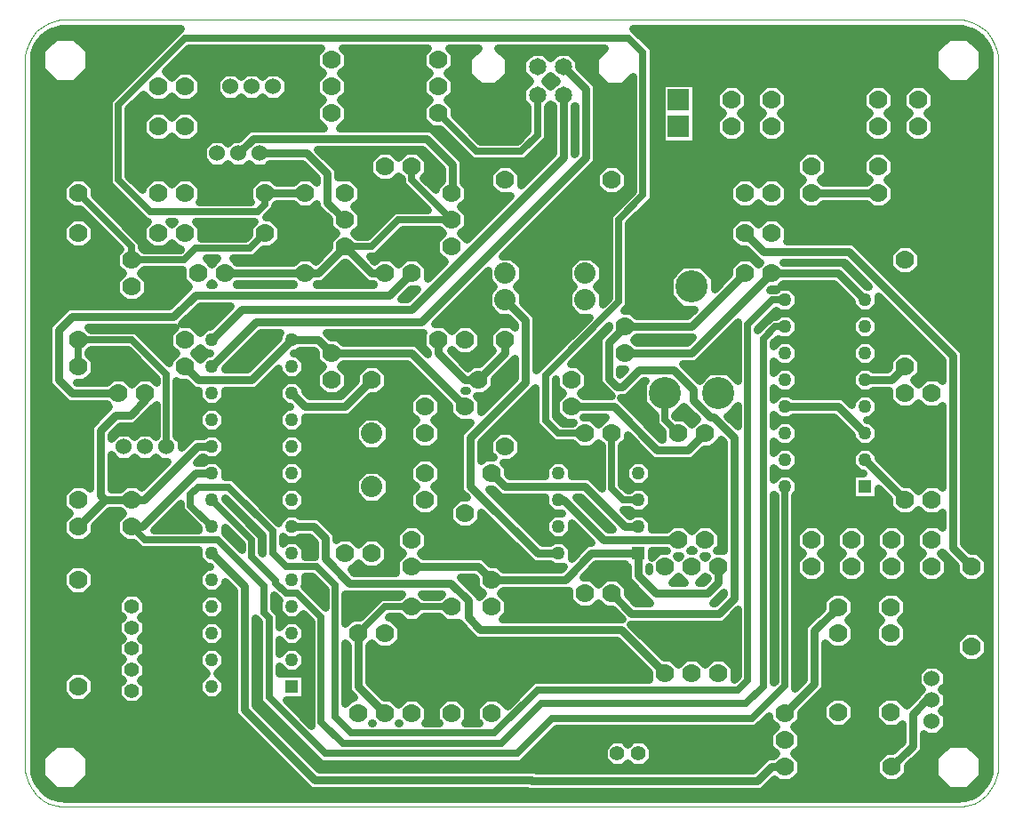
<source format=gbr>
G04 PROTEUS GERBER X2 FILE*
%TF.GenerationSoftware,Labcenter,Proteus,8.16-SP3-Build36097*%
%TF.CreationDate,2025-03-10T19:03:01+00:00*%
%TF.FileFunction,Copper,L1,Top*%
%TF.FilePolarity,Positive*%
%TF.Part,Single*%
%TF.SameCoordinates,{c7fb7d1a-4934-4bec-a2ef-7a72e4f8d48a}*%
%FSLAX45Y45*%
%MOMM*%
G01*
%TA.AperFunction,Conductor*%
%ADD10C,0.635000*%
%ADD11C,0.762000*%
%TA.AperFunction,NonConductor*%
%ADD12C,0.762000*%
%TA.AperFunction,WasherPad*%
%ADD13C,1.651000*%
%TA.AperFunction,ComponentPad*%
%ADD14R,1.270000X1.270000*%
%ADD15C,1.270000*%
%TA.AperFunction,ComponentPad*%
%ADD16C,1.524000*%
%TA.AperFunction,ComponentPad*%
%ADD17C,1.778000*%
%ADD18C,2.032000*%
%TA.AperFunction,ComponentPad*%
%ADD19C,3.048000*%
%TA.AperFunction,ComponentPad*%
%ADD70R,2.032000X2.032000*%
%TA.AperFunction,WasherPad*%
%ADD71C,1.397000*%
%TA.AperFunction,Profile*%
%ADD20C,0.101600*%
%TD.AperFunction*%
%TA.AperFunction,Conductor*%
G36*
X+1651000Y-381000D02*
X+1646510Y-385490D01*
X+1691411Y-421411D01*
X+1655490Y-376510D01*
X+1651000Y-381000D01*
G37*
%TD.AperFunction*%
%TA.AperFunction,Conductor*%
G36*
X+3810000Y-1397000D02*
X+3814490Y-1401490D01*
X+3850411Y-1356589D01*
X+3805510Y-1392510D01*
X+3810000Y-1397000D01*
G37*
%TD.AperFunction*%
%TA.AperFunction,Conductor*%
G36*
X+3683000Y+2286000D02*
X+3683000Y+2279650D01*
X+3740150Y+2286000D01*
X+3683000Y+2292350D01*
X+3683000Y+2286000D01*
G37*
%TD.AperFunction*%
%TA.AperFunction,Conductor*%
G36*
X+2921000Y+2794000D02*
X+2914650Y+2794000D01*
X+2921000Y+2736850D01*
X+2927350Y+2794000D01*
X+2921000Y+2794000D01*
G37*
%TD.AperFunction*%
%TA.AperFunction,NonConductor*%
G36*
X+9555750Y+4362064D02*
X+9583490Y+4357829D01*
X+9641544Y+4339804D01*
X+9692333Y+4312234D01*
X+9736659Y+4275660D01*
X+9773234Y+4231331D01*
X+9800804Y+4180544D01*
X+9818829Y+4122489D01*
X+9823064Y+4094750D01*
X+9824720Y+4061960D01*
X+9824720Y-2664960D01*
X+9823064Y-2697750D01*
X+9818829Y-2725489D01*
X+9800804Y-2783544D01*
X+9773234Y-2834331D01*
X+9736659Y-2878660D01*
X+9692333Y-2915234D01*
X+9641544Y-2942804D01*
X+9583490Y-2960829D01*
X+9555750Y-2965064D01*
X+9522960Y-2966720D01*
X+1018040Y-2966720D01*
X+985250Y-2965064D01*
X+957510Y-2960829D01*
X+899456Y-2942804D01*
X+848667Y-2915234D01*
X+804341Y-2878660D01*
X+767766Y-2834331D01*
X+740196Y-2783544D01*
X+722171Y-2725489D01*
X+717936Y-2697750D01*
X+716280Y-2664960D01*
X+716280Y+4061960D01*
X+717936Y+4094750D01*
X+722171Y+4122489D01*
X+740196Y+4180544D01*
X+767766Y+4231331D01*
X+804341Y+4275660D01*
X+848667Y+4312234D01*
X+899456Y+4339804D01*
X+957510Y+4357829D01*
X+985250Y+4362064D01*
X+1018040Y+4363720D01*
X+2115738Y+4363720D01*
X+1428751Y+3676733D01*
X+1428751Y+2881547D01*
X+1786807Y+2523491D01*
X+1799966Y+2523491D01*
X+1752601Y+2476126D01*
X+1752601Y+2349874D01*
X+1841874Y+2260601D01*
X+1968126Y+2260601D01*
X+2032000Y+2324475D01*
X+2095874Y+2260601D01*
X+2119393Y+2260601D01*
X+2113041Y+2254249D01*
X+1771276Y+2254249D01*
X+1746249Y+2279276D01*
X+1746249Y+2325453D01*
X+1295399Y+2776303D01*
X+1295399Y+2857126D01*
X+1206126Y+2946399D01*
X+1079874Y+2946399D01*
X+990601Y+2857126D01*
X+990601Y+2730874D01*
X+1079874Y+2641601D01*
X+1160696Y+2641601D01*
X+1539386Y+2262911D01*
X+1498601Y+2222126D01*
X+1498601Y+2095874D01*
X+1562475Y+2032000D01*
X+1498601Y+1968126D01*
X+1498601Y+1841874D01*
X+1587874Y+1752601D01*
X+1714126Y+1752601D01*
X+1803399Y+1841874D01*
X+1803399Y+1968126D01*
X+1739525Y+2032000D01*
X+1771276Y+2063751D01*
X+2133601Y+2063751D01*
X+2133601Y+1968874D01*
X+2195993Y+1906481D01*
X+2009405Y+1719893D01*
X+1042727Y+1719893D01*
X+855786Y+1532952D01*
X+855786Y+973068D01*
X+1041453Y+787401D01*
X+1410074Y+787401D01*
X+1433879Y+763596D01*
X+1249932Y+579649D01*
X+1249932Y-18407D01*
X+1206126Y+25399D01*
X+1079874Y+25399D01*
X+990601Y-63874D01*
X+990601Y-190126D01*
X+1054475Y-254000D01*
X+990601Y-317874D01*
X+990601Y-444126D01*
X+1079874Y-533399D01*
X+1206126Y-533399D01*
X+1295399Y-444126D01*
X+1295399Y-372283D01*
X+1439083Y-228599D01*
X+1537074Y-228599D01*
X+1562475Y-254000D01*
X+1498601Y-317874D01*
X+1498601Y-444126D01*
X+1587874Y-533399D01*
X+1668696Y-533399D01*
X+1738547Y-603249D01*
X+2286001Y-603249D01*
X+2286001Y-687605D01*
X+2360395Y-761999D01*
X+2396317Y-761999D01*
X+2396319Y-762001D01*
X+2360395Y-762001D01*
X+2286001Y-836395D01*
X+2286001Y-941605D01*
X+2360395Y-1015999D01*
X+2465605Y-1015999D01*
X+2539999Y-941605D01*
X+2539999Y-905681D01*
X+2623414Y-989096D01*
X+2623414Y-2168157D01*
X+3350856Y-2895599D01*
X+5418917Y-2895599D01*
X+5421457Y-2898139D01*
X+7656407Y-2898139D01*
X+7773010Y-2781536D01*
X+7810874Y-2819399D01*
X+7937126Y-2819399D01*
X+8026399Y-2730126D01*
X+8026399Y-2603874D01*
X+7962525Y-2540000D01*
X+8026399Y-2476126D01*
X+8026399Y-2349874D01*
X+7962525Y-2286000D01*
X+8026399Y-2222126D01*
X+8026399Y-2150283D01*
X+8258461Y-1918221D01*
X+8258461Y-1488986D01*
X+8318874Y-1549399D01*
X+8445126Y-1549399D01*
X+8534399Y-1460126D01*
X+8534399Y-1333874D01*
X+8472525Y-1272000D01*
X+8534399Y-1210126D01*
X+8534399Y-1083874D01*
X+8445126Y-994601D01*
X+8318874Y-994601D01*
X+8229601Y-1083874D01*
X+8229601Y-1155016D01*
X+8055265Y-1329352D01*
X+8055265Y-1834053D01*
X+7969249Y-1920069D01*
X+7969249Y-84355D01*
X+8000999Y-52605D01*
X+8000999Y+52605D01*
X+7926605Y+126999D01*
X+7821395Y+126999D01*
X+7766442Y+72046D01*
X+7766442Y+181954D01*
X+7821395Y+127001D01*
X+7926605Y+127001D01*
X+8000999Y+201395D01*
X+8000999Y+306605D01*
X+7926605Y+380999D01*
X+7821395Y+380999D01*
X+7766442Y+326046D01*
X+7766442Y+435954D01*
X+7821395Y+381001D01*
X+7926605Y+381001D01*
X+8000999Y+455395D01*
X+8000999Y+560605D01*
X+7926605Y+634999D01*
X+7821395Y+634999D01*
X+7766442Y+580046D01*
X+7766442Y+689954D01*
X+7821395Y+635001D01*
X+7926605Y+635001D01*
X+7952005Y+660401D01*
X+8339917Y+660401D01*
X+8509001Y+491317D01*
X+8509001Y+455395D01*
X+8583395Y+381001D01*
X+8688605Y+381001D01*
X+8762999Y+455395D01*
X+8762999Y+560605D01*
X+8688605Y+634999D01*
X+8652683Y+634999D01*
X+8652681Y+635001D01*
X+8688605Y+635001D01*
X+8762999Y+709395D01*
X+8762999Y+814605D01*
X+8688605Y+888999D01*
X+8583395Y+888999D01*
X+8509001Y+814605D01*
X+8509001Y+778681D01*
X+8424083Y+863599D01*
X+7952005Y+863599D01*
X+7926605Y+888999D01*
X+7821395Y+888999D01*
X+7766442Y+834046D01*
X+7766442Y+943954D01*
X+7821395Y+889001D01*
X+7926605Y+889001D01*
X+8000999Y+963395D01*
X+8000999Y+1068605D01*
X+7926605Y+1142999D01*
X+7821395Y+1142999D01*
X+7766442Y+1088046D01*
X+7766442Y+1197954D01*
X+7821395Y+1143001D01*
X+7926605Y+1143001D01*
X+8000999Y+1217395D01*
X+8000999Y+1322605D01*
X+7926605Y+1396999D01*
X+7821395Y+1396999D01*
X+7766442Y+1342046D01*
X+7766442Y+1371329D01*
X+7806754Y+1411641D01*
X+7821395Y+1397001D01*
X+7926605Y+1397001D01*
X+8000999Y+1471395D01*
X+8000999Y+1576605D01*
X+7926605Y+1650999D01*
X+7821395Y+1650999D01*
X+7789645Y+1619249D01*
X+7744958Y+1619249D01*
X+7613649Y+1487940D01*
X+7613649Y+1502962D01*
X+7791541Y+1680854D01*
X+7821395Y+1651001D01*
X+7926605Y+1651001D01*
X+8000999Y+1725395D01*
X+8000999Y+1830605D01*
X+7926605Y+1904999D01*
X+7835524Y+1904999D01*
X+7860926Y+1930401D01*
X+8339917Y+1930401D01*
X+8509001Y+1761317D01*
X+8509001Y+1725395D01*
X+8583395Y+1651001D01*
X+8688605Y+1651001D01*
X+8762999Y+1725395D01*
X+8762999Y+1814858D01*
X+9370061Y+1207796D01*
X+9370061Y+1005464D01*
X+9334126Y+1041399D01*
X+9207874Y+1041399D01*
X+9144000Y+977525D01*
X+9105525Y+1016000D01*
X+9169399Y+1079874D01*
X+9169399Y+1206126D01*
X+9080126Y+1295399D01*
X+8953874Y+1295399D01*
X+8864601Y+1206126D01*
X+8864601Y+1134283D01*
X+8847917Y+1117599D01*
X+8714005Y+1117599D01*
X+8688605Y+1142999D01*
X+8583395Y+1142999D01*
X+8509001Y+1068605D01*
X+8509001Y+963395D01*
X+8583395Y+889001D01*
X+8688605Y+889001D01*
X+8714005Y+914401D01*
X+8864601Y+914401D01*
X+8864601Y+825874D01*
X+8953874Y+736601D01*
X+9080126Y+736601D01*
X+9144000Y+800475D01*
X+9207874Y+736601D01*
X+9334126Y+736601D01*
X+9370061Y+772536D01*
X+9370061Y-10536D01*
X+9334126Y+25399D01*
X+9207874Y+25399D01*
X+9144000Y-38475D01*
X+9080126Y+25399D01*
X+9008283Y+25399D01*
X+8762999Y+270683D01*
X+8762999Y+306605D01*
X+8688605Y+380999D01*
X+8583395Y+380999D01*
X+8509001Y+306605D01*
X+8509001Y+201395D01*
X+8583395Y+127001D01*
X+8619317Y+127001D01*
X+8619319Y+126999D01*
X+8509001Y+126999D01*
X+8509001Y-126999D01*
X+8762999Y-126999D01*
X+8762999Y-16681D01*
X+8864601Y-118283D01*
X+8864601Y-190126D01*
X+8953874Y-279399D01*
X+9080126Y-279399D01*
X+9144000Y-215525D01*
X+9207874Y-279399D01*
X+9334126Y-279399D01*
X+9370061Y-243464D01*
X+9370061Y-391536D01*
X+9334126Y-355601D01*
X+9207874Y-355601D01*
X+9118601Y-444874D01*
X+9118601Y-571126D01*
X+9182475Y-635000D01*
X+9118601Y-698874D01*
X+9118601Y-825126D01*
X+9207874Y-914399D01*
X+9334126Y-914399D01*
X+9423399Y-825126D01*
X+9423399Y-698874D01*
X+9359525Y-635000D01*
X+9370421Y-624104D01*
X+9499601Y-753283D01*
X+9499601Y-825126D01*
X+9588874Y-914399D01*
X+9715126Y-914399D01*
X+9804399Y-825126D01*
X+9804399Y-698874D01*
X+9715126Y-609601D01*
X+9643283Y-609601D01*
X+9573259Y-539577D01*
X+9573259Y+1291962D01*
X+8524937Y+2340284D01*
X+7889809Y+2340284D01*
X+7899399Y+2349874D01*
X+7899399Y+2476126D01*
X+7810126Y+2565399D01*
X+7683874Y+2565399D01*
X+7620000Y+2501525D01*
X+7556126Y+2565399D01*
X+7429874Y+2565399D01*
X+7340601Y+2476126D01*
X+7340601Y+2349874D01*
X+7429874Y+2260601D01*
X+7501717Y+2260601D01*
X+7625230Y+2137088D01*
X+7636563Y+2137088D01*
X+7620000Y+2120525D01*
X+7556126Y+2184399D01*
X+7429874Y+2184399D01*
X+7340601Y+2095126D01*
X+7340601Y+2023283D01*
X+7200899Y+1883581D01*
X+7200899Y+1994428D01*
X+7074428Y+2120899D01*
X+6895572Y+2120899D01*
X+6769101Y+1994428D01*
X+6769101Y+1815572D01*
X+6895572Y+1689101D01*
X+7006419Y+1689101D01*
X+6942917Y+1625599D01*
X+6463926Y+1625599D01*
X+6413126Y+1676399D01*
X+6339922Y+1676399D01*
X+6384607Y+1721084D01*
X+6384607Y+2504675D01*
X+6616699Y+2736767D01*
X+6616699Y+4173303D01*
X+6426282Y+4363720D01*
X+9522960Y+4363720D01*
X+9555750Y+4362064D01*
G37*
%TD.AperFunction*%
%LPC*%
G36*
X+2539999Y-1090395D02*
X+2539999Y-1195605D01*
X+2465605Y-1269999D01*
X+2360395Y-1269999D01*
X+2286001Y-1195605D01*
X+2286001Y-1090395D01*
X+2360395Y-1016001D01*
X+2465605Y-1016001D01*
X+2539999Y-1090395D01*
G37*
G36*
X+2539999Y-1344395D02*
X+2539999Y-1449605D01*
X+2465605Y-1523999D01*
X+2360395Y-1523999D01*
X+2286001Y-1449605D01*
X+2286001Y-1344395D01*
X+2360395Y-1270001D01*
X+2465605Y-1270001D01*
X+2539999Y-1344395D01*
G37*
G36*
X+2539999Y-1598395D02*
X+2539999Y-1703605D01*
X+2466604Y-1777000D01*
X+2539999Y-1850395D01*
X+2539999Y-1955605D01*
X+2465605Y-2029999D01*
X+2360395Y-2029999D01*
X+2286001Y-1955605D01*
X+2286001Y-1850395D01*
X+2359396Y-1777000D01*
X+2286001Y-1703605D01*
X+2286001Y-1598395D01*
X+2360395Y-1524001D01*
X+2465605Y-1524001D01*
X+2539999Y-1598395D01*
G37*
G36*
X+1202126Y-2053399D02*
X+1075874Y-2053399D01*
X+986601Y-1964126D01*
X+986601Y-1837874D01*
X+1075874Y-1748601D01*
X+1202126Y-1748601D01*
X+1291399Y-1837874D01*
X+1291399Y-1964126D01*
X+1202126Y-2053399D01*
G37*
G36*
X+1202126Y-1037399D02*
X+1075874Y-1037399D01*
X+986601Y-948126D01*
X+986601Y-821874D01*
X+1075874Y-732601D01*
X+1202126Y-732601D01*
X+1291399Y-821874D01*
X+1291399Y-948126D01*
X+1202126Y-1037399D01*
G37*
G36*
X+7023099Y+3517901D02*
X+7023099Y+3263901D01*
X+6692901Y+3263901D01*
X+6692901Y+3848099D01*
X+7023099Y+3848099D01*
X+7023099Y+3517901D01*
G37*
G36*
X+1295399Y+2476126D02*
X+1295399Y+2349874D01*
X+1206126Y+2260601D01*
X+1079874Y+2260601D01*
X+990601Y+2349874D01*
X+990601Y+2476126D01*
X+1079874Y+2565399D01*
X+1206126Y+2565399D01*
X+1295399Y+2476126D01*
G37*
G36*
X+1784349Y-1087765D02*
X+1784349Y-1198235D01*
X+1739584Y-1243000D01*
X+1784349Y-1287765D01*
X+1784349Y-1398235D01*
X+1739584Y-1443000D01*
X+1784349Y-1487765D01*
X+1784349Y-1598235D01*
X+1739584Y-1643000D01*
X+1784349Y-1687765D01*
X+1784349Y-1798235D01*
X+1739584Y-1843000D01*
X+1784349Y-1887765D01*
X+1784349Y-1998235D01*
X+1706235Y-2076349D01*
X+1595765Y-2076349D01*
X+1517651Y-1998235D01*
X+1517651Y-1887765D01*
X+1562415Y-1843001D01*
X+1517651Y-1798235D01*
X+1517651Y-1687765D01*
X+1562415Y-1643001D01*
X+1517651Y-1598235D01*
X+1517651Y-1487765D01*
X+1562415Y-1443001D01*
X+1517651Y-1398235D01*
X+1517651Y-1287765D01*
X+1562415Y-1243001D01*
X+1517651Y-1198235D01*
X+1517651Y-1087765D01*
X+1595765Y-1009651D01*
X+1706235Y-1009651D01*
X+1784349Y-1087765D01*
G37*
G36*
X+789801Y-2760695D02*
X+789801Y-2573305D01*
X+922305Y-2440801D01*
X+1109695Y-2440801D01*
X+1242199Y-2573305D01*
X+1242199Y-2760695D01*
X+1109695Y-2893199D01*
X+922305Y-2893199D01*
X+789801Y-2760695D01*
G37*
G36*
X+9298801Y-2760695D02*
X+9298801Y-2573305D01*
X+9431305Y-2440801D01*
X+9618695Y-2440801D01*
X+9751199Y-2573305D01*
X+9751199Y-2760695D01*
X+9618695Y-2893199D01*
X+9431305Y-2893199D01*
X+9298801Y-2760695D01*
G37*
G36*
X+789801Y+3970305D02*
X+789801Y+4157695D01*
X+922305Y+4290199D01*
X+1109695Y+4290199D01*
X+1242199Y+4157695D01*
X+1242199Y+3970305D01*
X+1109695Y+3837801D01*
X+922305Y+3837801D01*
X+789801Y+3970305D01*
G37*
G36*
X+9298801Y+3970305D02*
X+9298801Y+4157695D01*
X+9431305Y+4290199D01*
X+9618695Y+4290199D01*
X+9751199Y+4157695D01*
X+9751199Y+3970305D01*
X+9618695Y+3837801D01*
X+9431305Y+3837801D01*
X+9298801Y+3970305D01*
G37*
G36*
X+8688605Y+1143001D02*
X+8583395Y+1143001D01*
X+8509001Y+1217395D01*
X+8509001Y+1322605D01*
X+8583395Y+1396999D01*
X+8688605Y+1396999D01*
X+8762999Y+1322605D01*
X+8762999Y+1217395D01*
X+8688605Y+1143001D01*
G37*
G36*
X+8688605Y+1397001D02*
X+8583395Y+1397001D01*
X+8509001Y+1471395D01*
X+8509001Y+1576605D01*
X+8583395Y+1650999D01*
X+8688605Y+1650999D01*
X+8762999Y+1576605D01*
X+8762999Y+1471395D01*
X+8688605Y+1397001D01*
G37*
G36*
X+9034399Y-1083874D02*
X+9034399Y-1210126D01*
X+8972525Y-1272000D01*
X+9034399Y-1333874D01*
X+9034399Y-1460126D01*
X+8945126Y-1549399D01*
X+8818874Y-1549399D01*
X+8729601Y-1460126D01*
X+8729601Y-1333874D01*
X+8791475Y-1272000D01*
X+8729601Y-1210126D01*
X+8729601Y-1083874D01*
X+8818874Y-994601D01*
X+8945126Y-994601D01*
X+9034399Y-1083874D01*
G37*
G36*
X+8318874Y-1994601D02*
X+8445126Y-1994601D01*
X+8534399Y-2083874D01*
X+8534399Y-2210126D01*
X+8445126Y-2299399D01*
X+8318874Y-2299399D01*
X+8229601Y-2210126D01*
X+8229601Y-2083874D01*
X+8318874Y-1994601D01*
G37*
G36*
X+9410699Y-1770935D02*
X+9410699Y-1886665D01*
X+9366964Y-1930400D01*
X+9410699Y-1974135D01*
X+9410699Y-2089865D01*
X+9366963Y-2133601D01*
X+9410699Y-2177335D01*
X+9410699Y-2293065D01*
X+9328865Y-2374899D01*
X+9213135Y-2374899D01*
X+9191110Y-2352874D01*
X+9191110Y-2509572D01*
X+9042399Y-2658283D01*
X+9042399Y-2730126D01*
X+8953126Y-2819399D01*
X+8826874Y-2819399D01*
X+8737601Y-2730126D01*
X+8737601Y-2603874D01*
X+8826874Y-2514601D01*
X+8898717Y-2514601D01*
X+8987912Y-2425406D01*
X+8987912Y-2256613D01*
X+8945126Y-2299399D01*
X+8818874Y-2299399D01*
X+8729601Y-2210126D01*
X+8729601Y-2083874D01*
X+8818874Y-1994601D01*
X+8945126Y-1994601D01*
X+9031328Y-2080804D01*
X+9131301Y-1980831D01*
X+9131301Y-1974135D01*
X+9175036Y-1930400D01*
X+9131301Y-1886665D01*
X+9131301Y-1770935D01*
X+9213135Y-1689101D01*
X+9328865Y-1689101D01*
X+9410699Y-1770935D01*
G37*
G36*
X+7899399Y+3746126D02*
X+7899399Y+3619874D01*
X+7835525Y+3556000D01*
X+7899399Y+3492126D01*
X+7899399Y+3365874D01*
X+7810126Y+3276601D01*
X+7683874Y+3276601D01*
X+7594601Y+3365874D01*
X+7594601Y+3492126D01*
X+7658475Y+3556000D01*
X+7594601Y+3619874D01*
X+7594601Y+3746126D01*
X+7683874Y+3835399D01*
X+7810126Y+3835399D01*
X+7899399Y+3746126D01*
G37*
G36*
X+8915399Y+3746126D02*
X+8915399Y+3619874D01*
X+8851525Y+3556000D01*
X+8915399Y+3492126D01*
X+8915399Y+3365874D01*
X+8826126Y+3276601D01*
X+8699874Y+3276601D01*
X+8610601Y+3365874D01*
X+8610601Y+3492126D01*
X+8674475Y+3556000D01*
X+8610601Y+3619874D01*
X+8610601Y+3746126D01*
X+8699874Y+3835399D01*
X+8826126Y+3835399D01*
X+8915399Y+3746126D01*
G37*
G36*
X+7518399Y+3746126D02*
X+7518399Y+3619874D01*
X+7454525Y+3556000D01*
X+7518399Y+3492126D01*
X+7518399Y+3365874D01*
X+7429126Y+3276601D01*
X+7302874Y+3276601D01*
X+7213601Y+3365874D01*
X+7213601Y+3492126D01*
X+7277475Y+3556000D01*
X+7213601Y+3619874D01*
X+7213601Y+3746126D01*
X+7302874Y+3835399D01*
X+7429126Y+3835399D01*
X+7518399Y+3746126D01*
G37*
G36*
X+7899399Y+2857126D02*
X+7899399Y+2730874D01*
X+7810126Y+2641601D01*
X+7683874Y+2641601D01*
X+7620000Y+2705475D01*
X+7556126Y+2641601D01*
X+7429874Y+2641601D01*
X+7340601Y+2730874D01*
X+7340601Y+2857126D01*
X+7429874Y+2946399D01*
X+7556126Y+2946399D01*
X+7620000Y+2882525D01*
X+7683874Y+2946399D01*
X+7810126Y+2946399D01*
X+7899399Y+2857126D01*
G37*
G36*
X+8280399Y-444874D02*
X+8280399Y-571126D01*
X+8216525Y-635000D01*
X+8280399Y-698874D01*
X+8280399Y-825126D01*
X+8191126Y-914399D01*
X+8064874Y-914399D01*
X+7975601Y-825126D01*
X+7975601Y-698874D01*
X+8039475Y-635000D01*
X+7975601Y-571126D01*
X+7975601Y-444874D01*
X+8064874Y-355601D01*
X+8191126Y-355601D01*
X+8280399Y-444874D01*
G37*
G36*
X+8661399Y-444874D02*
X+8661399Y-571126D01*
X+8597525Y-635000D01*
X+8661399Y-698874D01*
X+8661399Y-825126D01*
X+8572126Y-914399D01*
X+8445874Y-914399D01*
X+8356601Y-825126D01*
X+8356601Y-698874D01*
X+8420475Y-635000D01*
X+8356601Y-571126D01*
X+8356601Y-444874D01*
X+8445874Y-355601D01*
X+8572126Y-355601D01*
X+8661399Y-444874D01*
G37*
G36*
X+9042399Y-444874D02*
X+9042399Y-571126D01*
X+8978525Y-635000D01*
X+9042399Y-698874D01*
X+9042399Y-825126D01*
X+8953126Y-914399D01*
X+8826874Y-914399D01*
X+8737601Y-825126D01*
X+8737601Y-698874D01*
X+8801475Y-635000D01*
X+8737601Y-571126D01*
X+8737601Y-444874D01*
X+8826874Y-355601D01*
X+8953126Y-355601D01*
X+9042399Y-444874D01*
G37*
G36*
X+9080126Y+2006601D02*
X+8953874Y+2006601D01*
X+8864601Y+2095874D01*
X+8864601Y+2222126D01*
X+8953874Y+2311399D01*
X+9080126Y+2311399D01*
X+9169399Y+2222126D01*
X+9169399Y+2095874D01*
X+9080126Y+2006601D01*
G37*
G36*
X+8915399Y+3111126D02*
X+8915399Y+2984874D01*
X+8851525Y+2921000D01*
X+8915399Y+2857126D01*
X+8915399Y+2730874D01*
X+8826126Y+2641601D01*
X+8699874Y+2641601D01*
X+8649074Y+2692401D01*
X+8241926Y+2692401D01*
X+8191126Y+2641601D01*
X+8064874Y+2641601D01*
X+7975601Y+2730874D01*
X+7975601Y+2857126D01*
X+8039475Y+2921000D01*
X+7975601Y+2984874D01*
X+7975601Y+3111126D01*
X+8064874Y+3200399D01*
X+8191126Y+3200399D01*
X+8280399Y+3111126D01*
X+8280399Y+2984874D01*
X+8216525Y+2921000D01*
X+8241926Y+2895599D01*
X+8649074Y+2895599D01*
X+8674475Y+2921000D01*
X+8610601Y+2984874D01*
X+8610601Y+3111126D01*
X+8699874Y+3200399D01*
X+8826126Y+3200399D01*
X+8915399Y+3111126D01*
G37*
G36*
X+9296399Y+3746126D02*
X+9296399Y+3619874D01*
X+9232525Y+3556000D01*
X+9296399Y+3492126D01*
X+9296399Y+3365874D01*
X+9207126Y+3276601D01*
X+9080874Y+3276601D01*
X+8991601Y+3365874D01*
X+8991601Y+3492126D01*
X+9055475Y+3556000D01*
X+8991601Y+3619874D01*
X+8991601Y+3746126D01*
X+9080874Y+3835399D01*
X+9207126Y+3835399D01*
X+9296399Y+3746126D01*
G37*
G36*
X+9715126Y-1676399D02*
X+9588874Y-1676399D01*
X+9499601Y-1587126D01*
X+9499601Y-1460874D01*
X+9588874Y-1371601D01*
X+9715126Y-1371601D01*
X+9804399Y-1460874D01*
X+9804399Y-1587126D01*
X+9715126Y-1676399D01*
G37*
%LPD*%
%TA.AperFunction,NonConductor*%
G36*
X+5696226Y+3863010D02*
X+5642420Y+3809204D01*
X+5588614Y+3863010D01*
X+5642420Y+3916816D01*
X+5696226Y+3863010D01*
G37*
%TD.AperFunction*%
%TA.AperFunction,NonConductor*%
G36*
X+6058231Y+4079433D02*
X+6058231Y+3920567D01*
X+6170567Y+3808231D01*
X+6329433Y+3808231D01*
X+6426201Y+3904999D01*
X+6426201Y+2815673D01*
X+6194109Y+2583581D01*
X+6194109Y+1799990D01*
X+6134099Y+1739980D01*
X+6134099Y+1846386D01*
X+6075485Y+1905000D01*
X+6134099Y+1963614D01*
X+6134099Y+2100386D01*
X+6037386Y+2197099D01*
X+5900614Y+2197099D01*
X+5803901Y+2100386D01*
X+5803901Y+1963614D01*
X+5862515Y+1905000D01*
X+5803901Y+1846386D01*
X+5803901Y+1709614D01*
X+5900614Y+1612901D01*
X+6007020Y+1612901D01*
X+5505245Y+1111126D01*
X+5505245Y+1623437D01*
X+5372099Y+1756583D01*
X+5372099Y+1846386D01*
X+5313485Y+1905000D01*
X+5372099Y+1963614D01*
X+5372099Y+2100386D01*
X+5275386Y+2197099D01*
X+5183487Y+2197099D01*
X+6077882Y+3091494D01*
X+6077882Y+3831580D01*
X+5912929Y+3996533D01*
X+5912929Y+4059395D01*
X+5827375Y+4144949D01*
X+5706385Y+4144949D01*
X+5642420Y+4080984D01*
X+5578455Y+4144949D01*
X+5457465Y+4144949D01*
X+5371911Y+4059395D01*
X+5371911Y+3938405D01*
X+5447306Y+3863010D01*
X+5371911Y+3787615D01*
X+5371911Y+3666625D01*
X+5422711Y+3615825D01*
X+5422711Y+3388981D01*
X+5322591Y+3288861D01*
X+4973841Y+3288861D01*
X+4724399Y+3538303D01*
X+4724399Y+3619126D01*
X+4660525Y+3683000D01*
X+4724399Y+3746874D01*
X+4724399Y+3873126D01*
X+4660525Y+3937000D01*
X+4724399Y+4000874D01*
X+4724399Y+4127126D01*
X+4676774Y+4174751D01*
X+4949589Y+4174751D01*
X+4854271Y+4079433D01*
X+4854271Y+3920567D01*
X+4966607Y+3808231D01*
X+5125473Y+3808231D01*
X+5237809Y+3920567D01*
X+5237809Y+4079433D01*
X+5142491Y+4174751D01*
X+6153549Y+4174751D01*
X+6058231Y+4079433D01*
G37*
%TD.AperFunction*%
%LPC*%
G36*
X+6070601Y+2857874D02*
X+6070601Y+2984126D01*
X+6159874Y+3073399D01*
X+6286126Y+3073399D01*
X+6375399Y+2984126D01*
X+6375399Y+2857874D01*
X+6286126Y+2768601D01*
X+6159874Y+2768601D01*
X+6070601Y+2857874D01*
G37*
%LPD*%
%TA.AperFunction,NonConductor*%
G36*
X+3403601Y+4127126D02*
X+3403601Y+4000874D01*
X+3467475Y+3937000D01*
X+3403601Y+3873126D01*
X+3403601Y+3746874D01*
X+3467475Y+3683000D01*
X+3403601Y+3619126D01*
X+3403601Y+3492874D01*
X+3478462Y+3418013D01*
X+2766331Y+3418013D01*
X+2663017Y+3314699D01*
X+2609135Y+3314699D01*
X+2565400Y+3270964D01*
X+2521665Y+3314699D01*
X+2405935Y+3314699D01*
X+2324101Y+3232865D01*
X+2324101Y+3117135D01*
X+2405935Y+3035301D01*
X+2521665Y+3035301D01*
X+2565400Y+3079036D01*
X+2609135Y+3035301D01*
X+2724865Y+3035301D01*
X+2768600Y+3079036D01*
X+2812335Y+3035301D01*
X+2928065Y+3035301D01*
X+2966165Y+3073401D01*
X+3278473Y+3073401D01*
X+3415094Y+2936780D01*
X+3415094Y+2896431D01*
X+3365126Y+2946399D01*
X+3238874Y+2946399D01*
X+3188074Y+2895599D01*
X+3034926Y+2895599D01*
X+2984126Y+2946399D01*
X+2857874Y+2946399D01*
X+2768601Y+2857126D01*
X+2768601Y+2730874D01*
X+2785485Y+2713989D01*
X+2294514Y+2713989D01*
X+2311399Y+2730874D01*
X+2311399Y+2857126D01*
X+2222126Y+2946399D01*
X+2095874Y+2946399D01*
X+2032000Y+2882525D01*
X+1968126Y+2946399D01*
X+1841874Y+2946399D01*
X+1752601Y+2857126D01*
X+1752601Y+2827101D01*
X+1619249Y+2960453D01*
X+1619249Y+3597827D01*
X+1760448Y+3739026D01*
X+1841874Y+3657601D01*
X+1968126Y+3657601D01*
X+2032000Y+3721475D01*
X+2095874Y+3657601D01*
X+2222126Y+3657601D01*
X+2311399Y+3746874D01*
X+2311399Y+3873126D01*
X+2222126Y+3962399D01*
X+2095874Y+3962399D01*
X+2031999Y+3898524D01*
X+1975973Y+3954551D01*
X+2196173Y+4174751D01*
X+3451226Y+4174751D01*
X+3403601Y+4127126D01*
G37*
%TD.AperFunction*%
%LPC*%
G36*
X+3136899Y+3867865D02*
X+3136899Y+3752135D01*
X+3055065Y+3670301D01*
X+2939335Y+3670301D01*
X+2895600Y+3714036D01*
X+2851865Y+3670301D01*
X+2736135Y+3670301D01*
X+2692400Y+3714036D01*
X+2648665Y+3670301D01*
X+2532935Y+3670301D01*
X+2451101Y+3752135D01*
X+2451101Y+3867865D01*
X+2532935Y+3949699D01*
X+2648665Y+3949699D01*
X+2692400Y+3905964D01*
X+2736135Y+3949699D01*
X+2851865Y+3949699D01*
X+2895600Y+3905964D01*
X+2939335Y+3949699D01*
X+3055065Y+3949699D01*
X+3136899Y+3867865D01*
G37*
G36*
X+2311399Y+3492126D02*
X+2311399Y+3365874D01*
X+2222126Y+3276601D01*
X+2095874Y+3276601D01*
X+2032000Y+3340475D01*
X+1968126Y+3276601D01*
X+1841874Y+3276601D01*
X+1752601Y+3365874D01*
X+1752601Y+3492126D01*
X+1841874Y+3581399D01*
X+1968126Y+3581399D01*
X+2032000Y+3517525D01*
X+2095874Y+3581399D01*
X+2222126Y+3581399D01*
X+2311399Y+3492126D01*
G37*
%LPD*%
%TA.AperFunction,NonConductor*%
G36*
X+4419601Y+4127126D02*
X+4419601Y+4000874D01*
X+4483475Y+3937000D01*
X+4419601Y+3873126D01*
X+4419601Y+3746874D01*
X+4483475Y+3683000D01*
X+4419601Y+3619126D01*
X+4419601Y+3492874D01*
X+4494462Y+3418013D01*
X+3633538Y+3418013D01*
X+3708399Y+3492874D01*
X+3708399Y+3619126D01*
X+3644525Y+3683000D01*
X+3708399Y+3746874D01*
X+3708399Y+3873126D01*
X+3644525Y+3937000D01*
X+3708399Y+4000874D01*
X+3708399Y+4127126D01*
X+3660774Y+4174751D01*
X+4467226Y+4174751D01*
X+4419601Y+4127126D01*
G37*
%TD.AperFunction*%
%TA.AperFunction,NonConductor*%
G36*
X+5874684Y+3175660D02*
X+5868479Y+3169455D01*
X+5868479Y+3622175D01*
X+5874684Y+3628380D01*
X+5874684Y+3175660D01*
G37*
%TD.AperFunction*%
%TA.AperFunction,NonConductor*%
G36*
X+5665281Y+3622175D02*
X+5665281Y+3178860D01*
X+5359399Y+2872978D01*
X+5359399Y+2984126D01*
X+5270126Y+3073399D01*
X+5143874Y+3073399D01*
X+5054601Y+2984126D01*
X+5054601Y+2857874D01*
X+5143874Y+2768601D01*
X+5255022Y+2768601D01*
X+4843473Y+2357052D01*
X+4787525Y+2413000D01*
X+4851399Y+2476874D01*
X+4851399Y+2603126D01*
X+4787525Y+2667000D01*
X+4851399Y+2730874D01*
X+4851399Y+2857126D01*
X+4806803Y+2901722D01*
X+4806803Y+3112162D01*
X+4515364Y+3403601D01*
X+4589697Y+3403601D01*
X+4894933Y+3098365D01*
X+5401499Y+3098365D01*
X+5613209Y+3310075D01*
X+5613209Y+3615825D01*
X+5642420Y+3645036D01*
X+5665281Y+3622175D01*
G37*
%TD.AperFunction*%
%TA.AperFunction,NonConductor*%
G36*
X+4603605Y+3027996D02*
X+4603605Y+2914130D01*
X+4546601Y+2857126D01*
X+4546601Y+2827100D01*
X+4429613Y+2944088D01*
X+4470399Y+2984874D01*
X+4470399Y+3111126D01*
X+4381126Y+3200399D01*
X+4254874Y+3200399D01*
X+4191000Y+3136525D01*
X+4127126Y+3200399D01*
X+4000874Y+3200399D01*
X+3911601Y+3111126D01*
X+3911601Y+2984874D01*
X+4000874Y+2895601D01*
X+4127126Y+2895601D01*
X+4191000Y+2959475D01*
X+4222751Y+2927724D01*
X+4222751Y+2881547D01*
X+4469049Y+2635249D01*
X+4151547Y+2635249D01*
X+3897547Y+2381249D01*
X+3803276Y+2381249D01*
X+3771525Y+2413000D01*
X+3835399Y+2476874D01*
X+3835399Y+2603126D01*
X+3771525Y+2667000D01*
X+3835399Y+2730874D01*
X+3835399Y+2857126D01*
X+3746126Y+2946399D01*
X+3619874Y+2946399D01*
X+3618292Y+2944817D01*
X+3618292Y+3020946D01*
X+3424421Y+3214817D01*
X+4416784Y+3214817D01*
X+4603605Y+3027996D01*
G37*
%TD.AperFunction*%
%TA.AperFunction,NonConductor*%
G36*
X+2032000Y+2501525D02*
X+2010034Y+2523491D01*
X+2053966Y+2523491D01*
X+2032000Y+2501525D01*
G37*
%TD.AperFunction*%
%TA.AperFunction,NonConductor*%
G36*
X+2768601Y+2476126D02*
X+2768601Y+2395303D01*
X+2738400Y+2365102D01*
X+2311399Y+2365102D01*
X+2311399Y+2476126D01*
X+2264034Y+2523491D01*
X+2815966Y+2523491D01*
X+2768601Y+2476126D01*
G37*
%TD.AperFunction*%
%TA.AperFunction,NonConductor*%
G36*
X+3238874Y+2641601D02*
X+3365126Y+2641601D01*
X+3415094Y+2691569D01*
X+3415094Y+2664224D01*
X+3530601Y+2548717D01*
X+3530601Y+2476874D01*
X+3594475Y+2413000D01*
X+3530601Y+2349126D01*
X+3530601Y+2277283D01*
X+3401421Y+2148103D01*
X+3365126Y+2184399D01*
X+3238874Y+2184399D01*
X+3188074Y+2133599D01*
X+2653926Y+2133599D01*
X+2612921Y+2174604D01*
X+2817306Y+2174604D01*
X+2903303Y+2260601D01*
X+2984126Y+2260601D01*
X+3073399Y+2349874D01*
X+3073399Y+2476126D01*
X+2984126Y+2565399D01*
X+2932511Y+2565399D01*
X+3016249Y+2649137D01*
X+3016249Y+2673724D01*
X+3034926Y+2692401D01*
X+3188074Y+2692401D01*
X+3238874Y+2641601D01*
G37*
%TD.AperFunction*%
%TA.AperFunction,NonConductor*%
G36*
X+2413000Y+2120525D02*
X+2358921Y+2174604D01*
X+2467079Y+2174604D01*
X+2413000Y+2120525D01*
G37*
%TD.AperFunction*%
%TA.AperFunction,NonConductor*%
G36*
X+4610475Y+2413000D02*
X+4546601Y+2349126D01*
X+4546601Y+2222874D01*
X+4627948Y+2141527D01*
X+4470399Y+1983978D01*
X+4470399Y+2095126D01*
X+4381126Y+2184399D01*
X+4254874Y+2184399D01*
X+4191000Y+2120525D01*
X+4127126Y+2184399D01*
X+4000874Y+2184399D01*
X+3964578Y+2148103D01*
X+3921931Y+2190751D01*
X+3976453Y+2190751D01*
X+4230453Y+2444751D01*
X+4578724Y+2444751D01*
X+4610475Y+2413000D01*
G37*
%TD.AperFunction*%
%TA.AperFunction,NonConductor*%
G36*
X+3865159Y+1960159D02*
X+3894917Y+1930401D01*
X+3950074Y+1930401D01*
X+3955217Y+1925258D01*
X+3410783Y+1925258D01*
X+3415926Y+1930401D01*
X+3471083Y+1930401D01*
X+3674283Y+2133601D01*
X+3691717Y+2133601D01*
X+3865159Y+1960159D01*
G37*
%TD.AperFunction*%
%TA.AperFunction,NonConductor*%
G36*
X+3193217Y+1925258D02*
X+2648783Y+1925258D01*
X+2653926Y+1930401D01*
X+3188074Y+1930401D01*
X+3193217Y+1925258D01*
G37*
%TD.AperFunction*%
%TA.AperFunction,NonConductor*%
G36*
X+2431217Y+1925258D02*
X+2394783Y+1925258D01*
X+2413000Y+1943475D01*
X+2431217Y+1925258D01*
G37*
%TD.AperFunction*%
%TA.AperFunction,NonConductor*%
G36*
X+8672858Y+1904999D02*
X+8652683Y+1904999D01*
X+8424083Y+2133599D01*
X+7860926Y+2133599D01*
X+7857437Y+2137088D01*
X+8440769Y+2137088D01*
X+8672858Y+1904999D01*
G37*
%TD.AperFunction*%
%TA.AperFunction,NonConductor*%
G36*
X+7789645Y+1873249D02*
X+7731931Y+1873249D01*
X+7738283Y+1879601D01*
X+7795997Y+1879601D01*
X+7789645Y+1873249D01*
G37*
%TD.AperFunction*%
%TA.AperFunction,NonConductor*%
G36*
X+4274071Y+1787650D02*
X+4217332Y+1787650D01*
X+4309283Y+1879601D01*
X+4366022Y+1879601D01*
X+4274071Y+1787650D01*
G37*
%TD.AperFunction*%
%TA.AperFunction,NonConductor*%
G36*
X+5041901Y+1963614D02*
X+5100515Y+1905000D01*
X+5041901Y+1846386D01*
X+5041901Y+1709614D01*
X+5138614Y+1612901D01*
X+5228417Y+1612901D01*
X+5302047Y+1539271D01*
X+5302047Y+1517478D01*
X+5270126Y+1549399D01*
X+5143874Y+1549399D01*
X+5054601Y+1460126D01*
X+5054601Y+1333874D01*
X+5090896Y+1297578D01*
X+4961717Y+1168399D01*
X+4889874Y+1168399D01*
X+4853578Y+1132103D01*
X+4688103Y+1297578D01*
X+4699000Y+1308475D01*
X+4762874Y+1244601D01*
X+4889126Y+1244601D01*
X+4978399Y+1333874D01*
X+4978399Y+1460126D01*
X+4889126Y+1549399D01*
X+4762874Y+1549399D01*
X+4699000Y+1485525D01*
X+4635126Y+1549399D01*
X+4535787Y+1549399D01*
X+5041901Y+2055513D01*
X+5041901Y+1963614D01*
G37*
%TD.AperFunction*%
%TA.AperFunction,NonConductor*%
G36*
X+2396317Y+1523999D02*
X+2360395Y+1523999D01*
X+2303960Y+1467564D01*
X+2222126Y+1549399D01*
X+2126275Y+1549399D01*
X+2298936Y+1722060D01*
X+2594378Y+1722060D01*
X+2396317Y+1523999D01*
G37*
%TD.AperFunction*%
%TA.AperFunction,NonConductor*%
G36*
X+6942917Y+1371599D02*
X+6463926Y+1371599D01*
X+6438525Y+1397000D01*
X+6463926Y+1422401D01*
X+6993719Y+1422401D01*
X+6942917Y+1371599D01*
G37*
%TD.AperFunction*%
%TA.AperFunction,NonConductor*%
G36*
X+4419601Y+1460126D02*
X+4419601Y+1333874D01*
X+4470401Y+1283074D01*
X+4470401Y+1261281D01*
X+4360083Y+1371599D01*
X+3669926Y+1371599D01*
X+3619126Y+1422399D01*
X+3547283Y+1422399D01*
X+3503582Y+1466100D01*
X+4425575Y+1466100D01*
X+4419601Y+1460126D01*
G37*
%TD.AperFunction*%
%TA.AperFunction,NonConductor*%
G36*
X+2360395Y+1270001D02*
X+2396319Y+1270001D01*
X+2396317Y+1269999D01*
X+2360395Y+1269999D01*
X+2303960Y+1213564D01*
X+2247525Y+1270000D01*
X+2303960Y+1326435D01*
X+2360395Y+1270001D01*
G37*
%TD.AperFunction*%
%TA.AperFunction,NonConductor*%
G36*
X+2006601Y+1460126D02*
X+2006601Y+1333874D01*
X+2070475Y+1270000D01*
X+2006601Y+1206126D01*
X+2006601Y+1177894D01*
X+1692246Y+1492249D01*
X+1263276Y+1492249D01*
X+1238830Y+1516695D01*
X+2063170Y+1516695D01*
X+2006601Y+1460126D01*
G37*
%TD.AperFunction*%
%TA.AperFunction,NonConductor*%
G36*
X+3048001Y+1449605D02*
X+3048001Y+1413683D01*
X+2751917Y+1117599D01*
X+2539999Y+1117599D01*
X+2539999Y+1126317D01*
X+2879782Y+1466100D01*
X+3064496Y+1466100D01*
X+3048001Y+1449605D01*
G37*
%TD.AperFunction*%
%TA.AperFunction,NonConductor*%
G36*
X+6301740Y+1068242D02*
X+6297385Y+1072597D01*
X+6297385Y+1117601D01*
X+6351099Y+1117601D01*
X+6301740Y+1068242D01*
G37*
%TD.AperFunction*%
%TA.AperFunction,NonConductor*%
G36*
X+3403601Y+1278717D02*
X+3403601Y+1206874D01*
X+3467475Y+1143000D01*
X+3403601Y+1079126D01*
X+3403601Y+952874D01*
X+3492874Y+863601D01*
X+3619126Y+863601D01*
X+3708399Y+952874D01*
X+3708399Y+1079126D01*
X+3644525Y+1143000D01*
X+3669926Y+1168401D01*
X+4275917Y+1168401D01*
X+4673601Y+770717D01*
X+4673601Y+698874D01*
X+4762874Y+609601D01*
X+4875415Y+609601D01*
X+4777661Y+511847D01*
X+4777661Y-39462D01*
X+4839800Y-101601D01*
X+4762874Y-101601D01*
X+4673601Y-190874D01*
X+4673601Y-317126D01*
X+4762874Y-406399D01*
X+4889126Y-406399D01*
X+4978399Y-317126D01*
X+4978399Y-240200D01*
X+5474798Y-736599D01*
X+5636995Y-736599D01*
X+5662395Y-761999D01*
X+5762440Y-761999D01*
X+5737038Y-787401D01*
X+5193926Y-787401D01*
X+5143126Y-736601D01*
X+5071283Y-736601D01*
X+4995083Y-660401D01*
X+4431926Y-660401D01*
X+4406525Y-635000D01*
X+4470399Y-571126D01*
X+4470399Y-444874D01*
X+4381126Y-355601D01*
X+4254874Y-355601D01*
X+4165601Y-444874D01*
X+4165601Y-571126D01*
X+4229475Y-635000D01*
X+4165601Y-698874D01*
X+4165601Y-815628D01*
X+3771090Y-815628D01*
X+3742861Y-787399D01*
X+3746126Y-787399D01*
X+3810000Y-723525D01*
X+3873874Y-787399D01*
X+4000126Y-787399D01*
X+4089399Y-698126D01*
X+4089399Y-571874D01*
X+4000126Y-482601D01*
X+3873874Y-482601D01*
X+3810000Y-546475D01*
X+3746126Y-482601D01*
X+3619874Y-482601D01*
X+3596639Y-505836D01*
X+3596639Y-448137D01*
X+3427903Y-279401D01*
X+3253005Y-279401D01*
X+3227605Y-254001D01*
X+3122395Y-254001D01*
X+3048001Y-328395D01*
X+3048001Y-342906D01*
X+2612386Y+92709D01*
X+2539999Y+92709D01*
X+2539999Y+179605D01*
X+2465605Y+253999D01*
X+2360395Y+253999D01*
X+2334995Y+228599D01*
X+2265322Y+228599D01*
X+2316124Y+279401D01*
X+2334994Y+279401D01*
X+2360395Y+254001D01*
X+2465605Y+254001D01*
X+2539999Y+328395D01*
X+2539999Y+433605D01*
X+2465605Y+507999D01*
X+2360395Y+507999D01*
X+2334995Y+482599D01*
X+2231958Y+482599D01*
X+2120899Y+371540D01*
X+2120899Y+438865D01*
X+2076677Y+483087D01*
X+2076677Y+1009798D01*
X+2095874Y+990601D01*
X+2167717Y+990601D01*
X+2243917Y+914401D01*
X+2286001Y+914401D01*
X+2286001Y+836395D01*
X+2360395Y+762001D01*
X+2465605Y+762001D01*
X+2539999Y+836395D01*
X+2539999Y+914401D01*
X+2836083Y+914401D01*
X+3048001Y+1126319D01*
X+3048001Y+1090395D01*
X+3122395Y+1016001D01*
X+3227605Y+1016001D01*
X+3301999Y+1090395D01*
X+3301999Y+1195605D01*
X+3227605Y+1269999D01*
X+3191681Y+1269999D01*
X+3191683Y+1270001D01*
X+3227605Y+1270001D01*
X+3253005Y+1295401D01*
X+3386917Y+1295401D01*
X+3403601Y+1278717D01*
G37*
%TD.AperFunction*%
%LPC*%
G36*
X+3301999Y-74395D02*
X+3301999Y-179605D01*
X+3227605Y-253999D01*
X+3122395Y-253999D01*
X+3048001Y-179605D01*
X+3048001Y-74395D01*
X+3122395Y-1D01*
X+3227605Y-1D01*
X+3301999Y-74395D01*
G37*
G36*
X+3301999Y+179605D02*
X+3301999Y+74395D01*
X+3227605Y+1D01*
X+3122395Y+1D01*
X+3048001Y+74395D01*
X+3048001Y+179605D01*
X+3122395Y+253999D01*
X+3227605Y+253999D01*
X+3301999Y+179605D01*
G37*
G36*
X+3301999Y+433605D02*
X+3301999Y+328395D01*
X+3227605Y+254001D01*
X+3122395Y+254001D01*
X+3048001Y+328395D01*
X+3048001Y+433605D01*
X+3122395Y+507999D01*
X+3227605Y+507999D01*
X+3301999Y+433605D01*
G37*
G36*
X+4089399Y+1079126D02*
X+4089399Y+952874D01*
X+4000126Y+863601D01*
X+3928283Y+863601D01*
X+3725083Y+660401D01*
X+3301999Y+660401D01*
X+3301999Y+582395D01*
X+3227605Y+508001D01*
X+3122395Y+508001D01*
X+3048001Y+582395D01*
X+3048001Y+687605D01*
X+3122395Y+761999D01*
X+3158319Y+761999D01*
X+3158317Y+762001D01*
X+3122395Y+762001D01*
X+3048001Y+836395D01*
X+3048001Y+941605D01*
X+3122395Y+1015999D01*
X+3227605Y+1015999D01*
X+3301999Y+941605D01*
X+3301999Y+905683D01*
X+3344083Y+863599D01*
X+3640917Y+863599D01*
X+3784601Y+1007283D01*
X+3784601Y+1079126D01*
X+3873874Y+1168399D01*
X+4000126Y+1168399D01*
X+4089399Y+1079126D01*
G37*
G36*
X+2539999Y+687605D02*
X+2539999Y+582395D01*
X+2465605Y+508001D01*
X+2360395Y+508001D01*
X+2286001Y+582395D01*
X+2286001Y+687605D01*
X+2360395Y+761999D01*
X+2465605Y+761999D01*
X+2539999Y+687605D01*
G37*
G36*
X+4005386Y-165099D02*
X+3868614Y-165099D01*
X+3771901Y-68386D01*
X+3771901Y+68386D01*
X+3868614Y+165099D01*
X+4005386Y+165099D01*
X+4102099Y+68386D01*
X+4102099Y-68386D01*
X+4005386Y-165099D01*
G37*
G36*
X+4005386Y+342901D02*
X+3868614Y+342901D01*
X+3771901Y+439614D01*
X+3771901Y+576386D01*
X+3868614Y+673099D01*
X+4005386Y+673099D01*
X+4102099Y+576386D01*
X+4102099Y+439614D01*
X+4005386Y+342901D01*
G37*
G36*
X+4597399Y+190126D02*
X+4597399Y+63874D01*
X+4533525Y+0D01*
X+4597399Y-63874D01*
X+4597399Y-190126D01*
X+4508126Y-279399D01*
X+4381874Y-279399D01*
X+4292601Y-190126D01*
X+4292601Y-63874D01*
X+4356475Y+0D01*
X+4292601Y+63874D01*
X+4292601Y+190126D01*
X+4381874Y+279399D01*
X+4508126Y+279399D01*
X+4597399Y+190126D01*
G37*
G36*
X+4597399Y+825126D02*
X+4597399Y+698874D01*
X+4533525Y+635000D01*
X+4597399Y+571126D01*
X+4597399Y+444874D01*
X+4508126Y+355601D01*
X+4381874Y+355601D01*
X+4292601Y+444874D01*
X+4292601Y+571126D01*
X+4356475Y+635000D01*
X+4292601Y+698874D01*
X+4292601Y+825126D01*
X+4381874Y+914399D01*
X+4508126Y+914399D01*
X+4597399Y+825126D01*
G37*
%LPD*%
%TA.AperFunction,NonConductor*%
G36*
X+7423151Y+1542415D02*
X+7423151Y+1010176D01*
X+7328428Y+1104899D01*
X+7149572Y+1104899D01*
X+7057888Y+1013215D01*
X+6902702Y+1168401D01*
X+7027083Y+1168401D01*
X+7423151Y+1564469D01*
X+7423151Y+1542415D01*
G37*
%TD.AperFunction*%
%TA.AperFunction,NonConductor*%
G36*
X+1886179Y+1028912D02*
X+1886179Y+996346D01*
X+1841126Y+1041399D01*
X+1714874Y+1041399D01*
X+1651000Y+977525D01*
X+1587126Y+1041399D01*
X+1460874Y+1041399D01*
X+1410074Y+990599D01*
X+1125619Y+990599D01*
X+1125617Y+990601D01*
X+1206126Y+990601D01*
X+1295399Y+1079874D01*
X+1295399Y+1206126D01*
X+1238249Y+1263276D01*
X+1238249Y+1276724D01*
X+1263276Y+1301751D01*
X+1613340Y+1301751D01*
X+1886179Y+1028912D01*
G37*
%TD.AperFunction*%
%TA.AperFunction,NonConductor*%
G36*
X+4839076Y+914399D02*
X+4817283Y+914399D01*
X+4817281Y+914401D01*
X+4839074Y+914401D01*
X+4839076Y+914399D01*
G37*
%TD.AperFunction*%
%TA.AperFunction,NonConductor*%
G36*
X+6197601Y+1515283D02*
X+6094187Y+1411869D01*
X+6094187Y+988431D01*
X+6219070Y+863548D01*
X+6156729Y+863548D01*
X+6156678Y+863599D01*
X+5955926Y+863599D01*
X+5930525Y+889000D01*
X+5994399Y+952874D01*
X+5994399Y+1079126D01*
X+5905126Y+1168399D01*
X+5831922Y+1168399D01*
X+6197601Y+1534078D01*
X+6197601Y+1515283D01*
G37*
%TD.AperFunction*%
%TA.AperFunction,NonConductor*%
G36*
X+5302047Y+1036233D02*
X+4978399Y+712585D01*
X+4978399Y+825126D01*
X+4939924Y+863601D01*
X+5016126Y+863601D01*
X+5105399Y+952874D01*
X+5105399Y+1024717D01*
X+5302047Y+1221365D01*
X+5302047Y+1036233D01*
G37*
%TD.AperFunction*%
%TA.AperFunction,NonConductor*%
G36*
X+5689601Y+952874D02*
X+5753475Y+889000D01*
X+5689601Y+825126D01*
X+5689601Y+698874D01*
X+5778874Y+609601D01*
X+5855076Y+609601D01*
X+5848724Y+603249D01*
X+5754453Y+603249D01*
X+5688329Y+669373D01*
X+5688329Y+1024806D01*
X+5689601Y+1026078D01*
X+5689601Y+952874D01*
G37*
%TD.AperFunction*%
%TA.AperFunction,NonConductor*%
G36*
X+6929286Y+748619D02*
X+7033189Y+644714D01*
X+6985000Y+596525D01*
X+6921126Y+660399D01*
X+6840303Y+660399D01*
X+6826249Y+674453D01*
X+6826249Y+678922D01*
X+6912616Y+765289D01*
X+6929286Y+748619D01*
G37*
%TD.AperFunction*%
%TA.AperFunction,NonConductor*%
G36*
X+6072563Y+660350D02*
X+6159825Y+660350D01*
X+6096000Y+596525D01*
X+6032126Y+660399D01*
X+5955924Y+660399D01*
X+5955926Y+660401D01*
X+6072512Y+660401D01*
X+6072563Y+660350D01*
G37*
%TD.AperFunction*%
%TA.AperFunction,NonConductor*%
G36*
X+7425691Y+574855D02*
X+7327445Y+673101D01*
X+7328428Y+673101D01*
X+7425691Y+770364D01*
X+7425691Y+574855D01*
G37*
%TD.AperFunction*%
%TA.AperFunction,NonConductor*%
G36*
X+1886179Y+483543D02*
X+1879600Y+476964D01*
X+1835865Y+520699D01*
X+1720135Y+520699D01*
X+1676400Y+476964D01*
X+1632665Y+520699D01*
X+1516935Y+520699D01*
X+1453130Y+456894D01*
X+1453130Y+495483D01*
X+1536965Y+579318D01*
X+1680316Y+579318D01*
X+1837599Y+736601D01*
X+1841126Y+736601D01*
X+1886179Y+781654D01*
X+1886179Y+483543D01*
G37*
%TD.AperFunction*%
%TA.AperFunction,NonConductor*%
G36*
X+6515101Y+978428D02*
X+6515101Y+799572D01*
X+6635751Y+678922D01*
X+6635751Y+595547D01*
X+6705601Y+525697D01*
X+6705601Y+452119D01*
X+6699694Y+452119D01*
X+6303452Y+848361D01*
X+6369223Y+848361D01*
X+6526985Y+1006123D01*
X+6542796Y+1006123D01*
X+6515101Y+978428D01*
G37*
%TD.AperFunction*%
%TA.AperFunction,NonConductor*%
G36*
X+1516935Y+241301D02*
X+1632665Y+241301D01*
X+1676400Y+285036D01*
X+1720135Y+241301D01*
X+1835865Y+241301D01*
X+1879600Y+285036D01*
X+1923335Y+241301D01*
X+1990660Y+241301D01*
X+1744442Y-4917D01*
X+1714126Y+25399D01*
X+1587874Y+25399D01*
X+1537074Y-25401D01*
X+1453130Y-25401D01*
X+1453130Y+305106D01*
X+1516935Y+241301D01*
G37*
%TD.AperFunction*%
%TA.AperFunction,NonConductor*%
G36*
X+5497831Y+629920D02*
X+5497831Y+590467D01*
X+5675547Y+412751D01*
X+5848724Y+412751D01*
X+5905874Y+355601D01*
X+6032126Y+355601D01*
X+6096000Y+419475D01*
X+6127751Y+387724D01*
X+6127751Y-17609D01*
X+6008543Y+101599D01*
X+5841999Y+101599D01*
X+5841999Y+179605D01*
X+5767605Y+253999D01*
X+5662395Y+253999D01*
X+5588001Y+179605D01*
X+5588001Y+101599D01*
X+5249083Y+101599D01*
X+5232399Y+118283D01*
X+5232399Y+190126D01*
X+5193924Y+228601D01*
X+5270126Y+228601D01*
X+5359399Y+317874D01*
X+5359399Y+444126D01*
X+5270126Y+533399D01*
X+5143874Y+533399D01*
X+5054601Y+444126D01*
X+5054601Y+317874D01*
X+5093076Y+279399D01*
X+5016874Y+279399D01*
X+4980857Y+243382D01*
X+4980857Y+427679D01*
X+5497831Y+944653D01*
X+5497831Y+629920D01*
G37*
%TD.AperFunction*%
%TA.AperFunction,NonConductor*%
G36*
X+6615528Y+248921D02*
X+6996603Y+248921D01*
X+7103283Y+355601D01*
X+7175126Y+355601D01*
X+7264399Y+444874D01*
X+7264399Y+448783D01*
X+7289854Y+423328D01*
X+7289854Y-609601D01*
X+7225924Y-609601D01*
X+7264399Y-571126D01*
X+7264399Y-444874D01*
X+7175126Y-355601D01*
X+7048874Y-355601D01*
X+6985000Y-419475D01*
X+6921126Y-355601D01*
X+6794874Y-355601D01*
X+6744074Y-406401D01*
X+6603999Y-406401D01*
X+6603999Y-328395D01*
X+6529605Y-254001D01*
X+6424395Y-254001D01*
X+6398995Y-279401D01*
X+6389543Y-279401D01*
X+6332391Y-222249D01*
X+6392645Y-222249D01*
X+6424395Y-253999D01*
X+6529605Y-253999D01*
X+6603999Y-179605D01*
X+6603999Y-74395D01*
X+6529605Y-1D01*
X+6424395Y-1D01*
X+6392645Y-31751D01*
X+6371673Y-31751D01*
X+6318249Y+21673D01*
X+6318249Y+387724D01*
X+6375399Y+444874D01*
X+6375399Y+489050D01*
X+6615528Y+248921D01*
G37*
%TD.AperFunction*%
%LPC*%
G36*
X+6529605Y+1D02*
X+6424395Y+1D01*
X+6350001Y+74395D01*
X+6350001Y+179605D01*
X+6424395Y+253999D01*
X+6529605Y+253999D01*
X+6603999Y+179605D01*
X+6603999Y+74395D01*
X+6529605Y+1D01*
G37*
%LPD*%
%TA.AperFunction,NonConductor*%
G36*
X+6228686Y-405908D02*
X+6190262Y-405908D01*
X+5885953Y-101599D01*
X+5924377Y-101599D01*
X+6228686Y-405908D01*
G37*
%TD.AperFunction*%
%TA.AperFunction,NonConductor*%
G36*
X+2117091Y-180340D02*
X+2117091Y-219793D01*
X+2286001Y-388703D01*
X+2286001Y-412751D01*
X+1864531Y-412751D01*
X+2117091Y-160191D01*
X+2117091Y-180340D01*
G37*
%TD.AperFunction*%
%TA.AperFunction,NonConductor*%
G36*
X+2698751Y-547453D02*
X+2698751Y-599635D01*
X+2536360Y-437244D01*
X+2539999Y-433605D01*
X+2539999Y-388701D01*
X+2698751Y-547453D01*
G37*
%TD.AperFunction*%
%TA.AperFunction,NonConductor*%
G36*
X+6998076Y-609601D02*
X+6971924Y-609601D01*
X+6985000Y-596525D01*
X+6998076Y-609601D01*
G37*
%TD.AperFunction*%
%TA.AperFunction,NonConductor*%
G36*
X+2899412Y-463721D02*
X+2899412Y-633650D01*
X+2889249Y-623487D01*
X+2889249Y-468547D01*
X+2539999Y-119297D01*
X+2539999Y-104308D01*
X+2899412Y-463721D01*
G37*
%TD.AperFunction*%
%TA.AperFunction,NonConductor*%
G36*
X+3122395Y-507999D02*
X+3227605Y-507999D01*
X+3253005Y-482599D01*
X+3343737Y-482599D01*
X+3393441Y-532303D01*
X+3393441Y-666751D01*
X+3301999Y-666751D01*
X+3301999Y-582395D01*
X+3227605Y-508001D01*
X+3122395Y-508001D01*
X+3089908Y-540488D01*
X+3089908Y-475512D01*
X+3122395Y-507999D01*
G37*
%TD.AperFunction*%
%TA.AperFunction,NonConductor*%
G36*
X+7112000Y-673475D02*
X+7098924Y-660399D01*
X+7125076Y-660399D01*
X+7112000Y-673475D01*
G37*
%TD.AperFunction*%
%TA.AperFunction,NonConductor*%
G36*
X+6858000Y-673475D02*
X+6844924Y-660399D01*
X+6871076Y-660399D01*
X+6858000Y-673475D01*
G37*
%TD.AperFunction*%
%TA.AperFunction,NonConductor*%
G36*
X+6744076Y-609601D02*
X+6667874Y-609601D01*
X+6603999Y-673476D01*
X+6603999Y-609599D01*
X+6744074Y-609599D01*
X+6744076Y-609601D01*
G37*
%TD.AperFunction*%
%TA.AperFunction,NonConductor*%
G36*
X+5135159Y-71841D02*
X+5164917Y-101599D01*
X+5588001Y-101599D01*
X+5588001Y-179605D01*
X+5662395Y-253999D01*
X+5750989Y-253999D01*
X+5750991Y-254001D01*
X+5662395Y-254001D01*
X+5588001Y-328395D01*
X+5588001Y-433605D01*
X+5662395Y-507999D01*
X+5767605Y-507999D01*
X+5841999Y-433605D01*
X+5841999Y-345009D01*
X+6032126Y-535136D01*
X+5989303Y-535136D01*
X+5841999Y-682440D01*
X+5841999Y-582395D01*
X+5767605Y-508001D01*
X+5662395Y-508001D01*
X+5636995Y-533401D01*
X+5558964Y-533401D01*
X+5050962Y-25399D01*
X+5088717Y-25399D01*
X+5135159Y-71841D01*
G37*
%TD.AperFunction*%
%TA.AperFunction,NonConductor*%
G36*
X+6578601Y-806279D02*
X+6578599Y-806277D01*
X+6578599Y-761999D01*
X+6578601Y-761999D01*
X+6578601Y-806279D01*
G37*
%TD.AperFunction*%
%TA.AperFunction,NonConductor*%
G36*
X+7135039Y-873565D02*
X+7095663Y-912941D01*
X+7049584Y-912941D01*
X+7111999Y-850526D01*
X+7135039Y-873565D01*
G37*
%TD.AperFunction*%
%TA.AperFunction,NonConductor*%
G36*
X+6920416Y-912941D02*
X+6795584Y-912941D01*
X+6858000Y-850525D01*
X+6920416Y-912941D01*
G37*
%TD.AperFunction*%
%TA.AperFunction,NonConductor*%
G36*
X+4578723Y-1047752D02*
X+4438277Y-1047752D01*
X+4409349Y-1018824D01*
X+4607651Y-1018824D01*
X+4578723Y-1047752D01*
G37*
%TD.AperFunction*%
%TA.AperFunction,NonConductor*%
G36*
X+4927601Y-880283D02*
X+4927601Y-952126D01*
X+4991475Y-1016000D01*
X+4957838Y-1049637D01*
X+4957838Y-1038429D01*
X+4783008Y-863599D01*
X+4910917Y-863599D01*
X+4927601Y-880283D01*
G37*
%TD.AperFunction*%
%TA.AperFunction,NonConductor*%
G36*
X+7289854Y-1020027D02*
X+7205988Y-1103893D01*
X+7192075Y-1103893D01*
X+7289854Y-1006114D01*
X+7289854Y-1020027D01*
G37*
%TD.AperFunction*%
%TA.AperFunction,NonConductor*%
G36*
X+6350001Y-761999D02*
X+6375401Y-761999D01*
X+6375401Y-890443D01*
X+6588851Y-1103893D01*
X+6454575Y-1103893D01*
X+6375399Y-1024717D01*
X+6375399Y-952874D01*
X+6286126Y-863601D01*
X+6159874Y-863601D01*
X+6096000Y-927475D01*
X+6032126Y-863601D01*
X+5948202Y-863601D01*
X+6073469Y-738334D01*
X+6350001Y-738334D01*
X+6350001Y-761999D01*
G37*
%TD.AperFunction*%
%TA.AperFunction,NonConductor*%
G36*
X+3496311Y-981019D02*
X+3496311Y-1149989D01*
X+3294963Y-948641D01*
X+3301999Y-941605D01*
X+3301999Y-857249D01*
X+3372541Y-857249D01*
X+3496311Y-981019D01*
G37*
%TD.AperFunction*%
%TA.AperFunction,NonConductor*%
G36*
X+5816601Y-1079126D02*
X+5905874Y-1168399D01*
X+6032126Y-1168399D01*
X+6096000Y-1104525D01*
X+6159874Y-1168399D01*
X+6231717Y-1168399D01*
X+6320619Y-1257301D01*
X+5418615Y-1257301D01*
X+5418417Y-1257103D01*
X+5181422Y-1257103D01*
X+5232399Y-1206126D01*
X+5232399Y-1079874D01*
X+5168525Y-1016000D01*
X+5193926Y-990599D01*
X+5816601Y-990599D01*
X+5816601Y-1079126D01*
G37*
%TD.AperFunction*%
%TA.AperFunction,NonConductor*%
G36*
X+4635874Y-1295399D02*
X+4762126Y-1295399D01*
X+4764131Y-1293394D01*
X+4931038Y-1460301D01*
X+5334251Y-1460301D01*
X+5334449Y-1460499D01*
X+6269817Y-1460499D01*
X+6578601Y-1769283D01*
X+6578601Y-1839058D01*
X+5480769Y-1839058D01*
X+5228176Y-2091651D01*
X+5143126Y-2006601D01*
X+5016874Y-2006601D01*
X+4927601Y-2095874D01*
X+4927601Y-2222126D01*
X+4957186Y-2251711D01*
X+4821814Y-2251711D01*
X+4851399Y-2222126D01*
X+4851399Y-2095874D01*
X+4762126Y-2006601D01*
X+4635874Y-2006601D01*
X+4546601Y-2095874D01*
X+4546601Y-2222126D01*
X+4576186Y-2251711D01*
X+4440814Y-2251711D01*
X+4470399Y-2222126D01*
X+4470399Y-2095874D01*
X+4381126Y-2006601D01*
X+4254874Y-2006601D01*
X+4191000Y-2070475D01*
X+4127126Y-2006601D01*
X+4055283Y-2006601D01*
X+3911599Y-1862917D01*
X+3911599Y-1510926D01*
X+3937000Y-1485525D01*
X+4000874Y-1549399D01*
X+4127126Y-1549399D01*
X+4216399Y-1460126D01*
X+4216399Y-1333874D01*
X+4127126Y-1244601D01*
X+4097101Y-1244601D01*
X+4103453Y-1238249D01*
X+4197724Y-1238249D01*
X+4254874Y-1295399D01*
X+4381126Y-1295399D01*
X+4438276Y-1238249D01*
X+4578724Y-1238249D01*
X+4635874Y-1295399D01*
G37*
%TD.AperFunction*%
%TA.AperFunction,NonConductor*%
G36*
X+3686922Y-1018824D02*
X+4226651Y-1018824D01*
X+4197724Y-1047751D01*
X+4024547Y-1047751D01*
X+3827697Y-1244601D01*
X+3746874Y-1244601D01*
X+3686809Y-1304666D01*
X+3686809Y-1018711D01*
X+3686922Y-1018824D01*
G37*
%TD.AperFunction*%
%TA.AperFunction,NonConductor*%
G36*
X+3053502Y-1083351D02*
X+3054273Y-1084123D01*
X+3048001Y-1090395D01*
X+3048001Y-1195605D01*
X+3122395Y-1269999D01*
X+3227605Y-1269999D01*
X+3287261Y-1210343D01*
X+3362302Y-1285384D01*
X+3362302Y-2273243D01*
X+3121058Y-2031999D01*
X+3301999Y-2031999D01*
X+3301999Y-1778001D01*
X+3056355Y-1778001D01*
X+3056355Y-1711959D01*
X+3122395Y-1777999D01*
X+3227605Y-1777999D01*
X+3301999Y-1703605D01*
X+3301999Y-1598395D01*
X+3227605Y-1524001D01*
X+3122395Y-1524001D01*
X+3056355Y-1590041D01*
X+3056355Y-1457959D01*
X+3122395Y-1523999D01*
X+3227605Y-1523999D01*
X+3301999Y-1449605D01*
X+3301999Y-1344395D01*
X+3227605Y-1270001D01*
X+3122395Y-1270001D01*
X+3056355Y-1336041D01*
X+3056355Y-1209753D01*
X+3003549Y-1156947D01*
X+3003549Y-1033398D01*
X+3053502Y-1083351D01*
G37*
%TD.AperFunction*%
%TA.AperFunction,NonConductor*%
G36*
X+7427058Y-1800781D02*
X+7391399Y-1836440D01*
X+7391399Y-1714874D01*
X+7302126Y-1625601D01*
X+7175874Y-1625601D01*
X+7112000Y-1689475D01*
X+7048126Y-1625601D01*
X+6921874Y-1625601D01*
X+6858000Y-1689475D01*
X+6794126Y-1625601D01*
X+6722283Y-1625601D01*
X+6403773Y-1307091D01*
X+7290154Y-1307091D01*
X+7427058Y-1170187D01*
X+7427058Y-1800781D01*
G37*
%TD.AperFunction*%
%TA.AperFunction,NonConductor*%
G36*
X+7778751Y-84355D02*
X+7778751Y-1852178D01*
X+7766442Y-1864487D01*
X+7766442Y-72046D01*
X+7778751Y-84355D01*
G37*
%TD.AperFunction*%
%TA.AperFunction,NonConductor*%
G36*
X+3708401Y-1510926D02*
X+3708401Y-1947083D01*
X+3767919Y-2006601D01*
X+3746874Y-2006601D01*
X+3686809Y-2066666D01*
X+3686809Y-1489334D01*
X+3708401Y-1510926D01*
G37*
%TD.AperFunction*%
%TA.AperFunction,NonConductor*%
G36*
X+4195186Y-2251711D02*
X+4186814Y-2251711D01*
X+4191000Y-2247525D01*
X+4195186Y-2251711D01*
G37*
%TD.AperFunction*%
%TA.AperFunction,NonConductor*%
G36*
X+3941186Y-2251711D02*
X+3932814Y-2251711D01*
X+3937000Y-2247525D01*
X+3941186Y-2251711D01*
G37*
%TD.AperFunction*%
%TA.AperFunction,NonConductor*%
G36*
X+2865857Y-1288659D02*
X+2865857Y-2046201D01*
X+3456390Y-2636734D01*
X+5362313Y-2636734D01*
X+5696524Y-2302523D01*
X+7597810Y-2302523D01*
X+7721601Y-2178732D01*
X+7721601Y-2222126D01*
X+7785475Y-2286000D01*
X+7721601Y-2349874D01*
X+7721601Y-2476126D01*
X+7785475Y-2540000D01*
X+7760074Y-2565401D01*
X+7701781Y-2565401D01*
X+7572241Y-2694941D01*
X+5505623Y-2694941D01*
X+5503083Y-2692401D01*
X+3435022Y-2692401D01*
X+2826612Y-2083991D01*
X+2826612Y-1249414D01*
X+2865857Y-1288659D01*
G37*
%TD.AperFunction*%
%LPC*%
G36*
X+6610349Y-2484765D02*
X+6610349Y-2595235D01*
X+6532235Y-2673349D01*
X+6421765Y-2673349D01*
X+6377000Y-2628584D01*
X+6332235Y-2673349D01*
X+6221765Y-2673349D01*
X+6143651Y-2595235D01*
X+6143651Y-2484765D01*
X+6221765Y-2406651D01*
X+6332235Y-2406651D01*
X+6376999Y-2451417D01*
X+6421765Y-2406651D01*
X+6532235Y-2406651D01*
X+6610349Y-2484765D01*
G37*
%LPD*%
D10*
X+3810000Y-1397000D02*
X+4064000Y-1143000D01*
X+4318000Y-1143000D01*
D11*
X+5517960Y+3998900D02*
X+5484276Y+3998900D01*
X+5517960Y+3998900D01*
D10*
X+4318000Y-1143000D02*
X+4699000Y-1143000D01*
X+3683000Y+2286000D02*
X+3937000Y+2286000D01*
X+4191000Y+2540000D01*
X+4699000Y+2540000D01*
X+4318000Y+3048000D02*
X+4318000Y+2921000D01*
X+4699000Y+2540000D01*
X+4572000Y+3556000D02*
X+4934387Y+3193613D01*
X+5362045Y+3193613D01*
X+5517960Y+3349528D01*
X+5517960Y+3727120D01*
D11*
X+2667000Y+3175000D02*
X+2808415Y+3316415D01*
X+4458868Y+3316415D01*
X+4705204Y+3070079D01*
X+4705204Y+2800204D01*
X+4699000Y+2794000D01*
D10*
X+1651000Y+2159000D02*
X+2152494Y+2159000D01*
X+2263347Y+2269853D01*
X+2777853Y+2269853D01*
X+2921000Y+2413000D01*
X+1143000Y+2794000D02*
X+1651000Y+2286000D01*
X+1651000Y+2159000D01*
D11*
X+3683000Y+2286000D02*
X+3937000Y+2032000D01*
X+4064000Y+2032000D01*
D10*
X+1143000Y+1397000D02*
X+1143000Y+1143000D01*
X+1143000Y+1397000D02*
X+1652793Y+1397000D01*
X+1981428Y+1068365D01*
X+1981428Y+381228D01*
X+1981200Y+381000D01*
D11*
X+1778000Y+889000D02*
X+1778000Y+820684D01*
X+1638233Y+680917D01*
X+1494882Y+680917D01*
X+1351531Y+537566D01*
X+1351531Y-81531D01*
X+1397000Y-127000D01*
X+1651000Y-127000D01*
X+1143000Y-381000D02*
X+1397000Y-127000D01*
X+2540000Y+2032000D02*
X+3302000Y+2032000D01*
X+3429000Y+2032000D01*
X+3683000Y+2286000D01*
X+2870200Y+3175000D02*
X+3320556Y+3175000D01*
X+3516693Y+2978863D01*
X+3516693Y+2706307D01*
X+3683000Y+2540000D01*
X+2921000Y+2794000D02*
X+3302000Y+2794000D01*
X+1524000Y+889000D02*
X+1083536Y+889000D01*
X+957385Y+1015151D01*
X+957385Y+1490869D01*
X+1084810Y+1618294D01*
X+2051488Y+1618294D01*
X+2256853Y+1823659D01*
X+4109659Y+1823659D01*
X+4318000Y+2032000D01*
X+2413000Y+1143000D02*
X+2837699Y+1567699D01*
X+4301158Y+1567699D01*
X+4410405Y+1567699D01*
X+5976283Y+3133577D01*
X+5976283Y+3789497D01*
X+5766880Y+3998900D01*
X+2159000Y+1143000D02*
X+2286000Y+1016000D01*
X+2794000Y+1016000D01*
X+3175000Y+1397000D01*
X+3429000Y+1397000D01*
X+3556000Y+1270000D01*
X+3175000Y+889000D02*
X+3302000Y+762000D01*
X+3683000Y+762000D01*
X+3937000Y+1016000D01*
X+4572000Y+1397000D02*
X+4572000Y+1270000D01*
X+4826000Y+1016000D01*
X+4953000Y+1016000D01*
X+5207000Y+1270000D01*
X+5207000Y+1397000D01*
X+3556000Y+1270000D02*
X+4318000Y+1270000D01*
X+4826000Y+762000D01*
X+4318000Y-762000D02*
X+4953000Y-762000D01*
X+5080000Y-889000D01*
X+3810000Y-1397000D02*
X+3810000Y-1905000D01*
X+4064000Y-2159000D01*
D10*
X+6477000Y-127000D02*
X+6332220Y-127000D01*
X+6223000Y-17780D01*
X+6223000Y+508000D01*
X+6731000Y+889000D02*
X+6731000Y+635000D01*
X+6858000Y+508000D01*
D11*
X+5207000Y+1778000D02*
X+5403646Y+1581354D01*
X+5403646Y+994150D01*
X+4879259Y+469763D01*
X+4879259Y+2622D01*
X+5516881Y-635000D01*
X+5715000Y-635000D01*
X+5080000Y+127000D02*
X+5207000Y+0D01*
X+5966460Y+0D01*
X+6347460Y-381000D01*
X+6477000Y-381000D01*
X+5715000Y-127000D02*
X+5767672Y-127000D01*
X+6148179Y-507507D01*
X+6462767Y-507507D01*
X+6463260Y-508000D01*
X+6858000Y-508000D01*
D10*
X+2921000Y+2794000D02*
X+2921000Y+2688590D01*
X+2851150Y+2618740D01*
X+1826260Y+2618740D01*
X+1524000Y+2921000D01*
X+1524000Y+3637280D01*
X+2156720Y+4270000D01*
X+6385300Y+4270000D01*
X+6521450Y+4133850D01*
X+6521450Y+2776220D01*
X+6289358Y+2544128D01*
X+6289358Y+1760537D01*
X+5593080Y+1064259D01*
X+5593080Y+629920D01*
X+5715000Y+508000D01*
X+5969000Y+508000D01*
D11*
X+2413000Y+1397000D02*
X+2702051Y+1686051D01*
X+4316154Y+1686051D01*
X+5766880Y+3136777D01*
X+5766880Y+3727120D01*
X+1651000Y-127000D02*
X+1766041Y-127000D01*
X+2274041Y+381000D01*
X+2413000Y+381000D01*
X+1651000Y-381000D02*
X+1752600Y-381000D01*
X+2260600Y+127000D01*
X+2413000Y+127000D01*
X+7874000Y+762000D02*
X+8382000Y+762000D01*
X+8636000Y+508000D01*
X+5080000Y-889000D02*
X+5779121Y-889000D01*
X+6031386Y-636735D01*
X+6475265Y-636735D01*
X+6477000Y-635000D01*
X+6731000Y-1778000D02*
X+6311900Y-1358900D01*
X+5376532Y-1358900D01*
X+5376334Y-1358702D01*
X+4973121Y-1358702D01*
X+4856239Y-1241820D01*
X+4856239Y-1080512D01*
X+4692953Y-917226D01*
X+3729006Y-917226D01*
X+3495040Y-683260D01*
X+3495040Y-490220D01*
X+3385820Y-381000D01*
X+3175000Y-381000D01*
X+7239000Y-762000D02*
X+7239000Y-913286D01*
X+7137746Y-1014540D01*
X+6643180Y-1014540D01*
X+6477000Y-848360D01*
X+6477000Y-635000D01*
X+5842000Y+762000D02*
X+6114595Y+762000D01*
X+6114646Y+761949D01*
X+6246182Y+761949D01*
X+6657611Y+350520D01*
X+6954520Y+350520D01*
X+7112000Y+508000D01*
X+6350000Y+1524000D02*
X+6985000Y+1524000D01*
X+7493000Y+2032000D01*
X+6223000Y-1016000D02*
X+6412492Y-1205492D01*
X+7248071Y-1205492D01*
X+7391453Y-1062110D01*
X+7391453Y+465411D01*
X+7197674Y+659190D01*
X+7162397Y+659190D01*
X+7001127Y+820460D01*
X+7001127Y+926294D01*
X+6819699Y+1107722D01*
X+6484902Y+1107722D01*
X+6327140Y+949960D01*
X+6325608Y+951492D01*
X+6274808Y+951492D01*
X+6195786Y+1030514D01*
X+6195786Y+1369786D01*
X+6350000Y+1524000D01*
D10*
X+7874000Y+0D02*
X+7874000Y-1891631D01*
X+7558357Y-2207274D01*
X+5657071Y-2207274D01*
X+5322860Y-2541485D01*
X+3495843Y-2541485D01*
X+2961106Y-2006748D01*
X+2961106Y-1249206D01*
X+2908300Y-1196400D01*
X+2908300Y-943885D01*
X+2472415Y-508000D01*
X+1778000Y-508000D01*
X+1651000Y-381000D01*
X+2413000Y-127000D02*
X+2794000Y-508000D01*
X+2794000Y-662940D01*
X+3022600Y-891540D01*
X+3022600Y-917747D01*
X+3120853Y-1016000D01*
X+3227620Y-1016000D01*
X+3457551Y-1245931D01*
X+3457551Y-2238744D01*
X+3662287Y-2443480D01*
X+5176520Y-2443480D01*
X+5553543Y-2066457D01*
X+7503829Y-2066457D01*
X+7671193Y-1899093D01*
X+7671193Y+762000D01*
X+7671193Y+1410782D01*
X+7784411Y+1524000D01*
X+7874000Y+1524000D01*
D11*
X+6350000Y+1270000D02*
X+6985000Y+1270000D01*
X+7747000Y+2032000D01*
D10*
X+7874000Y+1778000D02*
X+7753985Y+1778000D01*
X+7518400Y+1542415D01*
X+7518400Y+995656D01*
X+7520940Y+993116D01*
X+7520940Y-695504D01*
X+7522307Y-696871D01*
X+7522307Y-1840234D01*
X+7428234Y-1934307D01*
X+5520222Y-1934307D01*
X+5107569Y-2346960D01*
X+3743960Y-2346960D01*
X+3591560Y-2194560D01*
X+3591560Y-941566D01*
X+3411994Y-762000D01*
X+3122387Y-762000D01*
X+2994660Y-634273D01*
X+2994660Y-424267D01*
X+2572933Y-2540D01*
X+2282737Y-2540D01*
X+2212340Y-72937D01*
X+2212340Y-180340D01*
X+2413000Y-381000D01*
D11*
X+7747000Y+2032000D02*
X+8382000Y+2032000D01*
X+8636000Y+1778000D01*
X+7874000Y-2159000D02*
X+8156863Y-1876137D01*
X+8156863Y-1371436D01*
X+8381299Y-1147000D01*
X+8382000Y-1147000D01*
X+9652000Y-762000D02*
X+9471660Y-581660D01*
X+9471660Y+1249879D01*
X+8482853Y+2238686D01*
X+7667314Y+2238686D01*
X+7493000Y+2413000D01*
X+8636000Y+254000D02*
X+9017000Y-127000D01*
X+8128000Y+2794000D02*
X+8763000Y+2794000D01*
X+8636000Y+1016000D02*
X+8890000Y+1016000D01*
X+9017000Y+1143000D01*
X+8890000Y-2667000D02*
X+9089511Y-2467489D01*
X+9089511Y-2166303D01*
X+9223814Y-2032000D01*
X+9271000Y-2032000D01*
X+7874000Y-2667000D02*
X+7743864Y-2667000D01*
X+7614324Y-2796540D01*
X+5463540Y-2796540D01*
X+5461000Y-2794000D01*
X+3392939Y-2794000D01*
X+2725013Y-2126074D01*
X+2725013Y-947013D01*
X+2413000Y-635000D01*
D10*
X+1651000Y-381000D02*
X+1646510Y-385490D01*
X+1691411Y-421411D01*
X+1655490Y-376510D01*
X+1651000Y-381000D01*
X+3810000Y-1397000D02*
X+3814490Y-1401490D01*
X+3850411Y-1356589D01*
X+3805510Y-1392510D01*
X+3810000Y-1397000D01*
X+3683000Y+2286000D02*
X+3683000Y+2279650D01*
X+3740150Y+2286000D01*
X+3683000Y+2292350D01*
X+3683000Y+2286000D01*
X+2921000Y+2794000D02*
X+2914650Y+2794000D01*
X+2921000Y+2736850D01*
X+2927350Y+2794000D01*
X+2921000Y+2794000D01*
D12*
X+9555750Y+4362064D02*
X+9583490Y+4357829D01*
X+9641544Y+4339804D01*
X+9692333Y+4312234D01*
X+9736659Y+4275660D01*
X+9773234Y+4231331D01*
X+9800804Y+4180544D01*
X+9818829Y+4122489D01*
X+9823064Y+4094750D01*
X+9824720Y+4061960D01*
X+9824720Y-2664960D01*
X+9823064Y-2697750D01*
X+9818829Y-2725489D01*
X+9800804Y-2783544D01*
X+9773234Y-2834331D01*
X+9736659Y-2878660D01*
X+9692333Y-2915234D01*
X+9641544Y-2942804D01*
X+9583490Y-2960829D01*
X+9555750Y-2965064D01*
X+9522960Y-2966720D01*
X+1018040Y-2966720D01*
X+985250Y-2965064D01*
X+957510Y-2960829D01*
X+899456Y-2942804D01*
X+848667Y-2915234D01*
X+804341Y-2878660D01*
X+767766Y-2834331D01*
X+740196Y-2783544D01*
X+722171Y-2725489D01*
X+717936Y-2697750D01*
X+716280Y-2664960D01*
X+716280Y+4061960D01*
X+717936Y+4094750D01*
X+722171Y+4122489D01*
X+740196Y+4180544D01*
X+767766Y+4231331D01*
X+804341Y+4275660D01*
X+848667Y+4312234D01*
X+899456Y+4339804D01*
X+957510Y+4357829D01*
X+985250Y+4362064D01*
X+1018040Y+4363720D01*
X+2115738Y+4363720D01*
X+1428751Y+3676733D01*
X+1428751Y+2881547D01*
X+1786807Y+2523491D01*
X+1799966Y+2523491D01*
X+1752601Y+2476126D01*
X+1752601Y+2349874D01*
X+1841874Y+2260601D01*
X+1968126Y+2260601D01*
X+2032000Y+2324475D01*
X+2095874Y+2260601D01*
X+2119393Y+2260601D01*
X+2113041Y+2254249D01*
X+1771276Y+2254249D01*
X+1746249Y+2279276D01*
X+1746249Y+2325453D01*
X+1295399Y+2776303D01*
X+1295399Y+2857126D01*
X+1206126Y+2946399D01*
X+1079874Y+2946399D01*
X+990601Y+2857126D01*
X+990601Y+2730874D01*
X+1079874Y+2641601D01*
X+1160696Y+2641601D01*
X+1539386Y+2262911D01*
X+1498601Y+2222126D01*
X+1498601Y+2095874D01*
X+1562475Y+2032000D01*
X+1498601Y+1968126D01*
X+1498601Y+1841874D01*
X+1587874Y+1752601D01*
X+1714126Y+1752601D01*
X+1803399Y+1841874D01*
X+1803399Y+1968126D01*
X+1739525Y+2032000D01*
X+1771276Y+2063751D01*
X+2133601Y+2063751D01*
X+2133601Y+1968874D01*
X+2195993Y+1906481D01*
X+2009405Y+1719893D01*
X+1042727Y+1719893D01*
X+855786Y+1532952D01*
X+855786Y+973068D01*
X+1041453Y+787401D01*
X+1410074Y+787401D01*
X+1433879Y+763596D01*
X+1249932Y+579649D01*
X+1249932Y-18407D01*
X+1206126Y+25399D01*
X+1079874Y+25399D01*
X+990601Y-63874D01*
X+990601Y-190126D01*
X+1054475Y-254000D01*
X+990601Y-317874D01*
X+990601Y-444126D01*
X+1079874Y-533399D01*
X+1206126Y-533399D01*
X+1295399Y-444126D01*
X+1295399Y-372283D01*
X+1439083Y-228599D01*
X+1537074Y-228599D01*
X+1562475Y-254000D01*
X+1498601Y-317874D01*
X+1498601Y-444126D01*
X+1587874Y-533399D01*
X+1668696Y-533399D01*
X+1738547Y-603249D01*
X+2286001Y-603249D01*
X+2286001Y-687605D01*
X+2360395Y-761999D01*
X+2396317Y-761999D01*
X+2396319Y-762001D01*
X+2360395Y-762001D01*
X+2286001Y-836395D01*
X+2286001Y-941605D01*
X+2360395Y-1015999D01*
X+2465605Y-1015999D01*
X+2539999Y-941605D01*
X+2539999Y-905681D01*
X+2623414Y-989096D01*
X+2623414Y-2168157D01*
X+3350856Y-2895599D01*
X+5418917Y-2895599D01*
X+5421457Y-2898139D01*
X+7656407Y-2898139D01*
X+7773010Y-2781536D01*
X+7810874Y-2819399D01*
X+7937126Y-2819399D01*
X+8026399Y-2730126D01*
X+8026399Y-2603874D01*
X+7962525Y-2540000D01*
X+8026399Y-2476126D01*
X+8026399Y-2349874D01*
X+7962525Y-2286000D01*
X+8026399Y-2222126D01*
X+8026399Y-2150283D01*
X+8258461Y-1918221D01*
X+8258461Y-1488986D01*
X+8318874Y-1549399D01*
X+8445126Y-1549399D01*
X+8534399Y-1460126D01*
X+8534399Y-1333874D01*
X+8472525Y-1272000D01*
X+8534399Y-1210126D01*
X+8534399Y-1083874D01*
X+8445126Y-994601D01*
X+8318874Y-994601D01*
X+8229601Y-1083874D01*
X+8229601Y-1155016D01*
X+8055265Y-1329352D01*
X+8055265Y-1834053D01*
X+7969249Y-1920069D01*
X+7969249Y-84355D01*
X+8000999Y-52605D01*
X+8000999Y+52605D01*
X+7926605Y+126999D01*
X+7821395Y+126999D01*
X+7766442Y+72046D01*
X+7766442Y+181954D01*
X+7821395Y+127001D01*
X+7926605Y+127001D01*
X+8000999Y+201395D01*
X+8000999Y+306605D01*
X+7926605Y+380999D01*
X+7821395Y+380999D01*
X+7766442Y+326046D01*
X+7766442Y+435954D01*
X+7821395Y+381001D01*
X+7926605Y+381001D01*
X+8000999Y+455395D01*
X+8000999Y+560605D01*
X+7926605Y+634999D01*
X+7821395Y+634999D01*
X+7766442Y+580046D01*
X+7766442Y+689954D01*
X+7821395Y+635001D01*
X+7926605Y+635001D01*
X+7952005Y+660401D01*
X+8339917Y+660401D01*
X+8509001Y+491317D01*
X+8509001Y+455395D01*
X+8583395Y+381001D01*
X+8688605Y+381001D01*
X+8762999Y+455395D01*
X+8762999Y+560605D01*
X+8688605Y+634999D01*
X+8652683Y+634999D01*
X+8652681Y+635001D01*
X+8688605Y+635001D01*
X+8762999Y+709395D01*
X+8762999Y+814605D01*
X+8688605Y+888999D01*
X+8583395Y+888999D01*
X+8509001Y+814605D01*
X+8509001Y+778681D01*
X+8424083Y+863599D01*
X+7952005Y+863599D01*
X+7926605Y+888999D01*
X+7821395Y+888999D01*
X+7766442Y+834046D01*
X+7766442Y+943954D01*
X+7821395Y+889001D01*
X+7926605Y+889001D01*
X+8000999Y+963395D01*
X+8000999Y+1068605D01*
X+7926605Y+1142999D01*
X+7821395Y+1142999D01*
X+7766442Y+1088046D01*
X+7766442Y+1197954D01*
X+7821395Y+1143001D01*
X+7926605Y+1143001D01*
X+8000999Y+1217395D01*
X+8000999Y+1322605D01*
X+7926605Y+1396999D01*
X+7821395Y+1396999D01*
X+7766442Y+1342046D01*
X+7766442Y+1371329D01*
X+7806754Y+1411641D01*
X+7821395Y+1397001D01*
X+7926605Y+1397001D01*
X+8000999Y+1471395D01*
X+8000999Y+1576605D01*
X+7926605Y+1650999D01*
X+7821395Y+1650999D01*
X+7789645Y+1619249D01*
X+7744958Y+1619249D01*
X+7613649Y+1487940D01*
X+7613649Y+1502962D01*
X+7791541Y+1680854D01*
X+7821395Y+1651001D01*
X+7926605Y+1651001D01*
X+8000999Y+1725395D01*
X+8000999Y+1830605D01*
X+7926605Y+1904999D01*
X+7835524Y+1904999D01*
X+7860926Y+1930401D01*
X+8339917Y+1930401D01*
X+8509001Y+1761317D01*
X+8509001Y+1725395D01*
X+8583395Y+1651001D01*
X+8688605Y+1651001D01*
X+8762999Y+1725395D01*
X+8762999Y+1814858D01*
X+9370061Y+1207796D01*
X+9370061Y+1005464D01*
X+9334126Y+1041399D01*
X+9207874Y+1041399D01*
X+9144000Y+977525D01*
X+9105525Y+1016000D01*
X+9169399Y+1079874D01*
X+9169399Y+1206126D01*
X+9080126Y+1295399D01*
X+8953874Y+1295399D01*
X+8864601Y+1206126D01*
X+8864601Y+1134283D01*
X+8847917Y+1117599D01*
X+8714005Y+1117599D01*
X+8688605Y+1142999D01*
X+8583395Y+1142999D01*
X+8509001Y+1068605D01*
X+8509001Y+963395D01*
X+8583395Y+889001D01*
X+8688605Y+889001D01*
X+8714005Y+914401D01*
X+8864601Y+914401D01*
X+8864601Y+825874D01*
X+8953874Y+736601D01*
X+9080126Y+736601D01*
X+9144000Y+800475D01*
X+9207874Y+736601D01*
X+9334126Y+736601D01*
X+9370061Y+772536D01*
X+9370061Y-10536D01*
X+9334126Y+25399D01*
X+9207874Y+25399D01*
X+9144000Y-38475D01*
X+9080126Y+25399D01*
X+9008283Y+25399D01*
X+8762999Y+270683D01*
X+8762999Y+306605D01*
X+8688605Y+380999D01*
X+8583395Y+380999D01*
X+8509001Y+306605D01*
X+8509001Y+201395D01*
X+8583395Y+127001D01*
X+8619317Y+127001D01*
X+8619319Y+126999D01*
X+8509001Y+126999D01*
X+8509001Y-126999D01*
X+8762999Y-126999D01*
X+8762999Y-16681D01*
X+8864601Y-118283D01*
X+8864601Y-190126D01*
X+8953874Y-279399D01*
X+9080126Y-279399D01*
X+9144000Y-215525D01*
X+9207874Y-279399D01*
X+9334126Y-279399D01*
X+9370061Y-243464D01*
X+9370061Y-391536D01*
X+9334126Y-355601D01*
X+9207874Y-355601D01*
X+9118601Y-444874D01*
X+9118601Y-571126D01*
X+9182475Y-635000D01*
X+9118601Y-698874D01*
X+9118601Y-825126D01*
X+9207874Y-914399D01*
X+9334126Y-914399D01*
X+9423399Y-825126D01*
X+9423399Y-698874D01*
X+9359525Y-635000D01*
X+9370421Y-624104D01*
X+9499601Y-753283D01*
X+9499601Y-825126D01*
X+9588874Y-914399D01*
X+9715126Y-914399D01*
X+9804399Y-825126D01*
X+9804399Y-698874D01*
X+9715126Y-609601D01*
X+9643283Y-609601D01*
X+9573259Y-539577D01*
X+9573259Y+1291962D01*
X+8524937Y+2340284D01*
X+7889809Y+2340284D01*
X+7899399Y+2349874D01*
X+7899399Y+2476126D01*
X+7810126Y+2565399D01*
X+7683874Y+2565399D01*
X+7620000Y+2501525D01*
X+7556126Y+2565399D01*
X+7429874Y+2565399D01*
X+7340601Y+2476126D01*
X+7340601Y+2349874D01*
X+7429874Y+2260601D01*
X+7501717Y+2260601D01*
X+7625230Y+2137088D01*
X+7636563Y+2137088D01*
X+7620000Y+2120525D01*
X+7556126Y+2184399D01*
X+7429874Y+2184399D01*
X+7340601Y+2095126D01*
X+7340601Y+2023283D01*
X+7200899Y+1883581D01*
X+7200899Y+1994428D01*
X+7074428Y+2120899D01*
X+6895572Y+2120899D01*
X+6769101Y+1994428D01*
X+6769101Y+1815572D01*
X+6895572Y+1689101D01*
X+7006419Y+1689101D01*
X+6942917Y+1625599D01*
X+6463926Y+1625599D01*
X+6413126Y+1676399D01*
X+6339922Y+1676399D01*
X+6384607Y+1721084D01*
X+6384607Y+2504675D01*
X+6616699Y+2736767D01*
X+6616699Y+4173303D01*
X+6426282Y+4363720D01*
X+9522960Y+4363720D01*
X+9555750Y+4362064D01*
X+2539999Y-1090395D02*
X+2539999Y-1195605D01*
X+2465605Y-1269999D01*
X+2360395Y-1269999D01*
X+2286001Y-1195605D01*
X+2286001Y-1090395D01*
X+2360395Y-1016001D01*
X+2465605Y-1016001D01*
X+2539999Y-1090395D01*
X+2539999Y-1344395D02*
X+2539999Y-1449605D01*
X+2465605Y-1523999D01*
X+2360395Y-1523999D01*
X+2286001Y-1449605D01*
X+2286001Y-1344395D01*
X+2360395Y-1270001D01*
X+2465605Y-1270001D01*
X+2539999Y-1344395D01*
X+2539999Y-1598395D02*
X+2539999Y-1703605D01*
X+2466604Y-1777000D01*
X+2539999Y-1850395D01*
X+2539999Y-1955605D01*
X+2465605Y-2029999D01*
X+2360395Y-2029999D01*
X+2286001Y-1955605D01*
X+2286001Y-1850395D01*
X+2359396Y-1777000D01*
X+2286001Y-1703605D01*
X+2286001Y-1598395D01*
X+2360395Y-1524001D01*
X+2465605Y-1524001D01*
X+2539999Y-1598395D01*
X+1202126Y-2053399D02*
X+1075874Y-2053399D01*
X+986601Y-1964126D01*
X+986601Y-1837874D01*
X+1075874Y-1748601D01*
X+1202126Y-1748601D01*
X+1291399Y-1837874D01*
X+1291399Y-1964126D01*
X+1202126Y-2053399D01*
X+1202126Y-1037399D02*
X+1075874Y-1037399D01*
X+986601Y-948126D01*
X+986601Y-821874D01*
X+1075874Y-732601D01*
X+1202126Y-732601D01*
X+1291399Y-821874D01*
X+1291399Y-948126D01*
X+1202126Y-1037399D01*
X+7023099Y+3517901D02*
X+7023099Y+3263901D01*
X+6692901Y+3263901D01*
X+6692901Y+3848099D01*
X+7023099Y+3848099D01*
X+7023099Y+3517901D01*
X+1295399Y+2476126D02*
X+1295399Y+2349874D01*
X+1206126Y+2260601D01*
X+1079874Y+2260601D01*
X+990601Y+2349874D01*
X+990601Y+2476126D01*
X+1079874Y+2565399D01*
X+1206126Y+2565399D01*
X+1295399Y+2476126D01*
X+1784349Y-1087765D02*
X+1784349Y-1198235D01*
X+1739584Y-1243000D01*
X+1784349Y-1287765D01*
X+1784349Y-1398235D01*
X+1739584Y-1443000D01*
X+1784349Y-1487765D01*
X+1784349Y-1598235D01*
X+1739584Y-1643000D01*
X+1784349Y-1687765D01*
X+1784349Y-1798235D01*
X+1739584Y-1843000D01*
X+1784349Y-1887765D01*
X+1784349Y-1998235D01*
X+1706235Y-2076349D01*
X+1595765Y-2076349D01*
X+1517651Y-1998235D01*
X+1517651Y-1887765D01*
X+1562415Y-1843001D01*
X+1517651Y-1798235D01*
X+1517651Y-1687765D01*
X+1562415Y-1643001D01*
X+1517651Y-1598235D01*
X+1517651Y-1487765D01*
X+1562415Y-1443001D01*
X+1517651Y-1398235D01*
X+1517651Y-1287765D01*
X+1562415Y-1243001D01*
X+1517651Y-1198235D01*
X+1517651Y-1087765D01*
X+1595765Y-1009651D01*
X+1706235Y-1009651D01*
X+1784349Y-1087765D01*
X+789801Y-2760695D02*
X+789801Y-2573305D01*
X+922305Y-2440801D01*
X+1109695Y-2440801D01*
X+1242199Y-2573305D01*
X+1242199Y-2760695D01*
X+1109695Y-2893199D01*
X+922305Y-2893199D01*
X+789801Y-2760695D01*
X+9298801Y-2760695D02*
X+9298801Y-2573305D01*
X+9431305Y-2440801D01*
X+9618695Y-2440801D01*
X+9751199Y-2573305D01*
X+9751199Y-2760695D01*
X+9618695Y-2893199D01*
X+9431305Y-2893199D01*
X+9298801Y-2760695D01*
X+789801Y+3970305D02*
X+789801Y+4157695D01*
X+922305Y+4290199D01*
X+1109695Y+4290199D01*
X+1242199Y+4157695D01*
X+1242199Y+3970305D01*
X+1109695Y+3837801D01*
X+922305Y+3837801D01*
X+789801Y+3970305D01*
X+9298801Y+3970305D02*
X+9298801Y+4157695D01*
X+9431305Y+4290199D01*
X+9618695Y+4290199D01*
X+9751199Y+4157695D01*
X+9751199Y+3970305D01*
X+9618695Y+3837801D01*
X+9431305Y+3837801D01*
X+9298801Y+3970305D01*
X+8688605Y+1143001D02*
X+8583395Y+1143001D01*
X+8509001Y+1217395D01*
X+8509001Y+1322605D01*
X+8583395Y+1396999D01*
X+8688605Y+1396999D01*
X+8762999Y+1322605D01*
X+8762999Y+1217395D01*
X+8688605Y+1143001D01*
X+8688605Y+1397001D02*
X+8583395Y+1397001D01*
X+8509001Y+1471395D01*
X+8509001Y+1576605D01*
X+8583395Y+1650999D01*
X+8688605Y+1650999D01*
X+8762999Y+1576605D01*
X+8762999Y+1471395D01*
X+8688605Y+1397001D01*
X+9034399Y-1083874D02*
X+9034399Y-1210126D01*
X+8972525Y-1272000D01*
X+9034399Y-1333874D01*
X+9034399Y-1460126D01*
X+8945126Y-1549399D01*
X+8818874Y-1549399D01*
X+8729601Y-1460126D01*
X+8729601Y-1333874D01*
X+8791475Y-1272000D01*
X+8729601Y-1210126D01*
X+8729601Y-1083874D01*
X+8818874Y-994601D01*
X+8945126Y-994601D01*
X+9034399Y-1083874D01*
X+8318874Y-1994601D02*
X+8445126Y-1994601D01*
X+8534399Y-2083874D01*
X+8534399Y-2210126D01*
X+8445126Y-2299399D01*
X+8318874Y-2299399D01*
X+8229601Y-2210126D01*
X+8229601Y-2083874D01*
X+8318874Y-1994601D01*
X+9410699Y-1770935D02*
X+9410699Y-1886665D01*
X+9366964Y-1930400D01*
X+9410699Y-1974135D01*
X+9410699Y-2089865D01*
X+9366963Y-2133601D01*
X+9410699Y-2177335D01*
X+9410699Y-2293065D01*
X+9328865Y-2374899D01*
X+9213135Y-2374899D01*
X+9191110Y-2352874D01*
X+9191110Y-2509572D01*
X+9042399Y-2658283D01*
X+9042399Y-2730126D01*
X+8953126Y-2819399D01*
X+8826874Y-2819399D01*
X+8737601Y-2730126D01*
X+8737601Y-2603874D01*
X+8826874Y-2514601D01*
X+8898717Y-2514601D01*
X+8987912Y-2425406D01*
X+8987912Y-2256613D01*
X+8945126Y-2299399D01*
X+8818874Y-2299399D01*
X+8729601Y-2210126D01*
X+8729601Y-2083874D01*
X+8818874Y-1994601D01*
X+8945126Y-1994601D01*
X+9031328Y-2080804D01*
X+9131301Y-1980831D01*
X+9131301Y-1974135D01*
X+9175036Y-1930400D01*
X+9131301Y-1886665D01*
X+9131301Y-1770935D01*
X+9213135Y-1689101D01*
X+9328865Y-1689101D01*
X+9410699Y-1770935D01*
X+7899399Y+3746126D02*
X+7899399Y+3619874D01*
X+7835525Y+3556000D01*
X+7899399Y+3492126D01*
X+7899399Y+3365874D01*
X+7810126Y+3276601D01*
X+7683874Y+3276601D01*
X+7594601Y+3365874D01*
X+7594601Y+3492126D01*
X+7658475Y+3556000D01*
X+7594601Y+3619874D01*
X+7594601Y+3746126D01*
X+7683874Y+3835399D01*
X+7810126Y+3835399D01*
X+7899399Y+3746126D01*
X+8915399Y+3746126D02*
X+8915399Y+3619874D01*
X+8851525Y+3556000D01*
X+8915399Y+3492126D01*
X+8915399Y+3365874D01*
X+8826126Y+3276601D01*
X+8699874Y+3276601D01*
X+8610601Y+3365874D01*
X+8610601Y+3492126D01*
X+8674475Y+3556000D01*
X+8610601Y+3619874D01*
X+8610601Y+3746126D01*
X+8699874Y+3835399D01*
X+8826126Y+3835399D01*
X+8915399Y+3746126D01*
X+7518399Y+3746126D02*
X+7518399Y+3619874D01*
X+7454525Y+3556000D01*
X+7518399Y+3492126D01*
X+7518399Y+3365874D01*
X+7429126Y+3276601D01*
X+7302874Y+3276601D01*
X+7213601Y+3365874D01*
X+7213601Y+3492126D01*
X+7277475Y+3556000D01*
X+7213601Y+3619874D01*
X+7213601Y+3746126D01*
X+7302874Y+3835399D01*
X+7429126Y+3835399D01*
X+7518399Y+3746126D01*
X+7899399Y+2857126D02*
X+7899399Y+2730874D01*
X+7810126Y+2641601D01*
X+7683874Y+2641601D01*
X+7620000Y+2705475D01*
X+7556126Y+2641601D01*
X+7429874Y+2641601D01*
X+7340601Y+2730874D01*
X+7340601Y+2857126D01*
X+7429874Y+2946399D01*
X+7556126Y+2946399D01*
X+7620000Y+2882525D01*
X+7683874Y+2946399D01*
X+7810126Y+2946399D01*
X+7899399Y+2857126D01*
X+8280399Y-444874D02*
X+8280399Y-571126D01*
X+8216525Y-635000D01*
X+8280399Y-698874D01*
X+8280399Y-825126D01*
X+8191126Y-914399D01*
X+8064874Y-914399D01*
X+7975601Y-825126D01*
X+7975601Y-698874D01*
X+8039475Y-635000D01*
X+7975601Y-571126D01*
X+7975601Y-444874D01*
X+8064874Y-355601D01*
X+8191126Y-355601D01*
X+8280399Y-444874D01*
X+8661399Y-444874D02*
X+8661399Y-571126D01*
X+8597525Y-635000D01*
X+8661399Y-698874D01*
X+8661399Y-825126D01*
X+8572126Y-914399D01*
X+8445874Y-914399D01*
X+8356601Y-825126D01*
X+8356601Y-698874D01*
X+8420475Y-635000D01*
X+8356601Y-571126D01*
X+8356601Y-444874D01*
X+8445874Y-355601D01*
X+8572126Y-355601D01*
X+8661399Y-444874D01*
X+9042399Y-444874D02*
X+9042399Y-571126D01*
X+8978525Y-635000D01*
X+9042399Y-698874D01*
X+9042399Y-825126D01*
X+8953126Y-914399D01*
X+8826874Y-914399D01*
X+8737601Y-825126D01*
X+8737601Y-698874D01*
X+8801475Y-635000D01*
X+8737601Y-571126D01*
X+8737601Y-444874D01*
X+8826874Y-355601D01*
X+8953126Y-355601D01*
X+9042399Y-444874D01*
X+9080126Y+2006601D02*
X+8953874Y+2006601D01*
X+8864601Y+2095874D01*
X+8864601Y+2222126D01*
X+8953874Y+2311399D01*
X+9080126Y+2311399D01*
X+9169399Y+2222126D01*
X+9169399Y+2095874D01*
X+9080126Y+2006601D01*
X+8915399Y+3111126D02*
X+8915399Y+2984874D01*
X+8851525Y+2921000D01*
X+8915399Y+2857126D01*
X+8915399Y+2730874D01*
X+8826126Y+2641601D01*
X+8699874Y+2641601D01*
X+8649074Y+2692401D01*
X+8241926Y+2692401D01*
X+8191126Y+2641601D01*
X+8064874Y+2641601D01*
X+7975601Y+2730874D01*
X+7975601Y+2857126D01*
X+8039475Y+2921000D01*
X+7975601Y+2984874D01*
X+7975601Y+3111126D01*
X+8064874Y+3200399D01*
X+8191126Y+3200399D01*
X+8280399Y+3111126D01*
X+8280399Y+2984874D01*
X+8216525Y+2921000D01*
X+8241926Y+2895599D01*
X+8649074Y+2895599D01*
X+8674475Y+2921000D01*
X+8610601Y+2984874D01*
X+8610601Y+3111126D01*
X+8699874Y+3200399D01*
X+8826126Y+3200399D01*
X+8915399Y+3111126D01*
X+9296399Y+3746126D02*
X+9296399Y+3619874D01*
X+9232525Y+3556000D01*
X+9296399Y+3492126D01*
X+9296399Y+3365874D01*
X+9207126Y+3276601D01*
X+9080874Y+3276601D01*
X+8991601Y+3365874D01*
X+8991601Y+3492126D01*
X+9055475Y+3556000D01*
X+8991601Y+3619874D01*
X+8991601Y+3746126D01*
X+9080874Y+3835399D01*
X+9207126Y+3835399D01*
X+9296399Y+3746126D01*
X+9715126Y-1676399D02*
X+9588874Y-1676399D01*
X+9499601Y-1587126D01*
X+9499601Y-1460874D01*
X+9588874Y-1371601D01*
X+9715126Y-1371601D01*
X+9804399Y-1460874D01*
X+9804399Y-1587126D01*
X+9715126Y-1676399D01*
X+5696226Y+3863010D02*
X+5642420Y+3809204D01*
X+5588614Y+3863010D01*
X+5642420Y+3916816D01*
X+5696226Y+3863010D01*
X+6058231Y+4079433D02*
X+6058231Y+3920567D01*
X+6170567Y+3808231D01*
X+6329433Y+3808231D01*
X+6426201Y+3904999D01*
X+6426201Y+2815673D01*
X+6194109Y+2583581D01*
X+6194109Y+1799990D01*
X+6134099Y+1739980D01*
X+6134099Y+1846386D01*
X+6075485Y+1905000D01*
X+6134099Y+1963614D01*
X+6134099Y+2100386D01*
X+6037386Y+2197099D01*
X+5900614Y+2197099D01*
X+5803901Y+2100386D01*
X+5803901Y+1963614D01*
X+5862515Y+1905000D01*
X+5803901Y+1846386D01*
X+5803901Y+1709614D01*
X+5900614Y+1612901D01*
X+6007020Y+1612901D01*
X+5505245Y+1111126D01*
X+5505245Y+1623437D01*
X+5372099Y+1756583D01*
X+5372099Y+1846386D01*
X+5313485Y+1905000D01*
X+5372099Y+1963614D01*
X+5372099Y+2100386D01*
X+5275386Y+2197099D01*
X+5183487Y+2197099D01*
X+6077882Y+3091494D01*
X+6077882Y+3831580D01*
X+5912929Y+3996533D01*
X+5912929Y+4059395D01*
X+5827375Y+4144949D01*
X+5706385Y+4144949D01*
X+5642420Y+4080984D01*
X+5578455Y+4144949D01*
X+5457465Y+4144949D01*
X+5371911Y+4059395D01*
X+5371911Y+3938405D01*
X+5447306Y+3863010D01*
X+5371911Y+3787615D01*
X+5371911Y+3666625D01*
X+5422711Y+3615825D01*
X+5422711Y+3388981D01*
X+5322591Y+3288861D01*
X+4973841Y+3288861D01*
X+4724399Y+3538303D01*
X+4724399Y+3619126D01*
X+4660525Y+3683000D01*
X+4724399Y+3746874D01*
X+4724399Y+3873126D01*
X+4660525Y+3937000D01*
X+4724399Y+4000874D01*
X+4724399Y+4127126D01*
X+4676774Y+4174751D01*
X+4949589Y+4174751D01*
X+4854271Y+4079433D01*
X+4854271Y+3920567D01*
X+4966607Y+3808231D01*
X+5125473Y+3808231D01*
X+5237809Y+3920567D01*
X+5237809Y+4079433D01*
X+5142491Y+4174751D01*
X+6153549Y+4174751D01*
X+6058231Y+4079433D01*
X+6070601Y+2857874D02*
X+6070601Y+2984126D01*
X+6159874Y+3073399D01*
X+6286126Y+3073399D01*
X+6375399Y+2984126D01*
X+6375399Y+2857874D01*
X+6286126Y+2768601D01*
X+6159874Y+2768601D01*
X+6070601Y+2857874D01*
X+3403601Y+4127126D02*
X+3403601Y+4000874D01*
X+3467475Y+3937000D01*
X+3403601Y+3873126D01*
X+3403601Y+3746874D01*
X+3467475Y+3683000D01*
X+3403601Y+3619126D01*
X+3403601Y+3492874D01*
X+3478462Y+3418013D01*
X+2766331Y+3418013D01*
X+2663017Y+3314699D01*
X+2609135Y+3314699D01*
X+2565400Y+3270964D01*
X+2521665Y+3314699D01*
X+2405935Y+3314699D01*
X+2324101Y+3232865D01*
X+2324101Y+3117135D01*
X+2405935Y+3035301D01*
X+2521665Y+3035301D01*
X+2565400Y+3079036D01*
X+2609135Y+3035301D01*
X+2724865Y+3035301D01*
X+2768600Y+3079036D01*
X+2812335Y+3035301D01*
X+2928065Y+3035301D01*
X+2966165Y+3073401D01*
X+3278473Y+3073401D01*
X+3415094Y+2936780D01*
X+3415094Y+2896431D01*
X+3365126Y+2946399D01*
X+3238874Y+2946399D01*
X+3188074Y+2895599D01*
X+3034926Y+2895599D01*
X+2984126Y+2946399D01*
X+2857874Y+2946399D01*
X+2768601Y+2857126D01*
X+2768601Y+2730874D01*
X+2785485Y+2713989D01*
X+2294514Y+2713989D01*
X+2311399Y+2730874D01*
X+2311399Y+2857126D01*
X+2222126Y+2946399D01*
X+2095874Y+2946399D01*
X+2032000Y+2882525D01*
X+1968126Y+2946399D01*
X+1841874Y+2946399D01*
X+1752601Y+2857126D01*
X+1752601Y+2827101D01*
X+1619249Y+2960453D01*
X+1619249Y+3597827D01*
X+1760448Y+3739026D01*
X+1841874Y+3657601D01*
X+1968126Y+3657601D01*
X+2032000Y+3721475D01*
X+2095874Y+3657601D01*
X+2222126Y+3657601D01*
X+2311399Y+3746874D01*
X+2311399Y+3873126D01*
X+2222126Y+3962399D01*
X+2095874Y+3962399D01*
X+2031999Y+3898524D01*
X+1975973Y+3954551D01*
X+2196173Y+4174751D01*
X+3451226Y+4174751D01*
X+3403601Y+4127126D01*
X+3136899Y+3867865D02*
X+3136899Y+3752135D01*
X+3055065Y+3670301D01*
X+2939335Y+3670301D01*
X+2895600Y+3714036D01*
X+2851865Y+3670301D01*
X+2736135Y+3670301D01*
X+2692400Y+3714036D01*
X+2648665Y+3670301D01*
X+2532935Y+3670301D01*
X+2451101Y+3752135D01*
X+2451101Y+3867865D01*
X+2532935Y+3949699D01*
X+2648665Y+3949699D01*
X+2692400Y+3905964D01*
X+2736135Y+3949699D01*
X+2851865Y+3949699D01*
X+2895600Y+3905964D01*
X+2939335Y+3949699D01*
X+3055065Y+3949699D01*
X+3136899Y+3867865D01*
X+2311399Y+3492126D02*
X+2311399Y+3365874D01*
X+2222126Y+3276601D01*
X+2095874Y+3276601D01*
X+2032000Y+3340475D01*
X+1968126Y+3276601D01*
X+1841874Y+3276601D01*
X+1752601Y+3365874D01*
X+1752601Y+3492126D01*
X+1841874Y+3581399D01*
X+1968126Y+3581399D01*
X+2032000Y+3517525D01*
X+2095874Y+3581399D01*
X+2222126Y+3581399D01*
X+2311399Y+3492126D01*
X+4419601Y+4127126D02*
X+4419601Y+4000874D01*
X+4483475Y+3937000D01*
X+4419601Y+3873126D01*
X+4419601Y+3746874D01*
X+4483475Y+3683000D01*
X+4419601Y+3619126D01*
X+4419601Y+3492874D01*
X+4494462Y+3418013D01*
X+3633538Y+3418013D01*
X+3708399Y+3492874D01*
X+3708399Y+3619126D01*
X+3644525Y+3683000D01*
X+3708399Y+3746874D01*
X+3708399Y+3873126D01*
X+3644525Y+3937000D01*
X+3708399Y+4000874D01*
X+3708399Y+4127126D01*
X+3660774Y+4174751D01*
X+4467226Y+4174751D01*
X+4419601Y+4127126D01*
X+5874684Y+3175660D02*
X+5868479Y+3169455D01*
X+5868479Y+3622175D01*
X+5874684Y+3628380D01*
X+5874684Y+3175660D01*
X+5665281Y+3622175D02*
X+5665281Y+3178860D01*
X+5359399Y+2872978D01*
X+5359399Y+2984126D01*
X+5270126Y+3073399D01*
X+5143874Y+3073399D01*
X+5054601Y+2984126D01*
X+5054601Y+2857874D01*
X+5143874Y+2768601D01*
X+5255022Y+2768601D01*
X+4843473Y+2357052D01*
X+4787525Y+2413000D01*
X+4851399Y+2476874D01*
X+4851399Y+2603126D01*
X+4787525Y+2667000D01*
X+4851399Y+2730874D01*
X+4851399Y+2857126D01*
X+4806803Y+2901722D01*
X+4806803Y+3112162D01*
X+4515364Y+3403601D01*
X+4589697Y+3403601D01*
X+4894933Y+3098365D01*
X+5401499Y+3098365D01*
X+5613209Y+3310075D01*
X+5613209Y+3615825D01*
X+5642420Y+3645036D01*
X+5665281Y+3622175D01*
X+4603605Y+3027996D02*
X+4603605Y+2914130D01*
X+4546601Y+2857126D01*
X+4546601Y+2827100D01*
X+4429613Y+2944088D01*
X+4470399Y+2984874D01*
X+4470399Y+3111126D01*
X+4381126Y+3200399D01*
X+4254874Y+3200399D01*
X+4191000Y+3136525D01*
X+4127126Y+3200399D01*
X+4000874Y+3200399D01*
X+3911601Y+3111126D01*
X+3911601Y+2984874D01*
X+4000874Y+2895601D01*
X+4127126Y+2895601D01*
X+4191000Y+2959475D01*
X+4222751Y+2927724D01*
X+4222751Y+2881547D01*
X+4469049Y+2635249D01*
X+4151547Y+2635249D01*
X+3897547Y+2381249D01*
X+3803276Y+2381249D01*
X+3771525Y+2413000D01*
X+3835399Y+2476874D01*
X+3835399Y+2603126D01*
X+3771525Y+2667000D01*
X+3835399Y+2730874D01*
X+3835399Y+2857126D01*
X+3746126Y+2946399D01*
X+3619874Y+2946399D01*
X+3618292Y+2944817D01*
X+3618292Y+3020946D01*
X+3424421Y+3214817D01*
X+4416784Y+3214817D01*
X+4603605Y+3027996D01*
X+2032000Y+2501525D02*
X+2010034Y+2523491D01*
X+2053966Y+2523491D01*
X+2032000Y+2501525D01*
X+2768601Y+2476126D02*
X+2768601Y+2395303D01*
X+2738400Y+2365102D01*
X+2311399Y+2365102D01*
X+2311399Y+2476126D01*
X+2264034Y+2523491D01*
X+2815966Y+2523491D01*
X+2768601Y+2476126D01*
X+3238874Y+2641601D02*
X+3365126Y+2641601D01*
X+3415094Y+2691569D01*
X+3415094Y+2664224D01*
X+3530601Y+2548717D01*
X+3530601Y+2476874D01*
X+3594475Y+2413000D01*
X+3530601Y+2349126D01*
X+3530601Y+2277283D01*
X+3401421Y+2148103D01*
X+3365126Y+2184399D01*
X+3238874Y+2184399D01*
X+3188074Y+2133599D01*
X+2653926Y+2133599D01*
X+2612921Y+2174604D01*
X+2817306Y+2174604D01*
X+2903303Y+2260601D01*
X+2984126Y+2260601D01*
X+3073399Y+2349874D01*
X+3073399Y+2476126D01*
X+2984126Y+2565399D01*
X+2932511Y+2565399D01*
X+3016249Y+2649137D01*
X+3016249Y+2673724D01*
X+3034926Y+2692401D01*
X+3188074Y+2692401D01*
X+3238874Y+2641601D01*
X+2413000Y+2120525D02*
X+2358921Y+2174604D01*
X+2467079Y+2174604D01*
X+2413000Y+2120525D01*
X+4610475Y+2413000D02*
X+4546601Y+2349126D01*
X+4546601Y+2222874D01*
X+4627948Y+2141527D01*
X+4470399Y+1983978D01*
X+4470399Y+2095126D01*
X+4381126Y+2184399D01*
X+4254874Y+2184399D01*
X+4191000Y+2120525D01*
X+4127126Y+2184399D01*
X+4000874Y+2184399D01*
X+3964578Y+2148103D01*
X+3921931Y+2190751D01*
X+3976453Y+2190751D01*
X+4230453Y+2444751D01*
X+4578724Y+2444751D01*
X+4610475Y+2413000D01*
X+3865159Y+1960159D02*
X+3894917Y+1930401D01*
X+3950074Y+1930401D01*
X+3955217Y+1925258D01*
X+3410783Y+1925258D01*
X+3415926Y+1930401D01*
X+3471083Y+1930401D01*
X+3674283Y+2133601D01*
X+3691717Y+2133601D01*
X+3865159Y+1960159D01*
X+3193217Y+1925258D02*
X+2648783Y+1925258D01*
X+2653926Y+1930401D01*
X+3188074Y+1930401D01*
X+3193217Y+1925258D01*
X+2431217Y+1925258D02*
X+2394783Y+1925258D01*
X+2413000Y+1943475D01*
X+2431217Y+1925258D01*
X+8672858Y+1904999D02*
X+8652683Y+1904999D01*
X+8424083Y+2133599D01*
X+7860926Y+2133599D01*
X+7857437Y+2137088D01*
X+8440769Y+2137088D01*
X+8672858Y+1904999D01*
X+7789645Y+1873249D02*
X+7731931Y+1873249D01*
X+7738283Y+1879601D01*
X+7795997Y+1879601D01*
X+7789645Y+1873249D01*
X+4274071Y+1787650D02*
X+4217332Y+1787650D01*
X+4309283Y+1879601D01*
X+4366022Y+1879601D01*
X+4274071Y+1787650D01*
X+5041901Y+1963614D02*
X+5100515Y+1905000D01*
X+5041901Y+1846386D01*
X+5041901Y+1709614D01*
X+5138614Y+1612901D01*
X+5228417Y+1612901D01*
X+5302047Y+1539271D01*
X+5302047Y+1517478D01*
X+5270126Y+1549399D01*
X+5143874Y+1549399D01*
X+5054601Y+1460126D01*
X+5054601Y+1333874D01*
X+5090896Y+1297578D01*
X+4961717Y+1168399D01*
X+4889874Y+1168399D01*
X+4853578Y+1132103D01*
X+4688103Y+1297578D01*
X+4699000Y+1308475D01*
X+4762874Y+1244601D01*
X+4889126Y+1244601D01*
X+4978399Y+1333874D01*
X+4978399Y+1460126D01*
X+4889126Y+1549399D01*
X+4762874Y+1549399D01*
X+4699000Y+1485525D01*
X+4635126Y+1549399D01*
X+4535787Y+1549399D01*
X+5041901Y+2055513D01*
X+5041901Y+1963614D01*
X+2396317Y+1523999D02*
X+2360395Y+1523999D01*
X+2303960Y+1467564D01*
X+2222126Y+1549399D01*
X+2126275Y+1549399D01*
X+2298936Y+1722060D01*
X+2594378Y+1722060D01*
X+2396317Y+1523999D01*
X+6942917Y+1371599D02*
X+6463926Y+1371599D01*
X+6438525Y+1397000D01*
X+6463926Y+1422401D01*
X+6993719Y+1422401D01*
X+6942917Y+1371599D01*
X+4419601Y+1460126D02*
X+4419601Y+1333874D01*
X+4470401Y+1283074D01*
X+4470401Y+1261281D01*
X+4360083Y+1371599D01*
X+3669926Y+1371599D01*
X+3619126Y+1422399D01*
X+3547283Y+1422399D01*
X+3503582Y+1466100D01*
X+4425575Y+1466100D01*
X+4419601Y+1460126D01*
X+2360395Y+1270001D02*
X+2396319Y+1270001D01*
X+2396317Y+1269999D01*
X+2360395Y+1269999D01*
X+2303960Y+1213564D01*
X+2247525Y+1270000D01*
X+2303960Y+1326435D01*
X+2360395Y+1270001D01*
X+2006601Y+1460126D02*
X+2006601Y+1333874D01*
X+2070475Y+1270000D01*
X+2006601Y+1206126D01*
X+2006601Y+1177894D01*
X+1692246Y+1492249D01*
X+1263276Y+1492249D01*
X+1238830Y+1516695D01*
X+2063170Y+1516695D01*
X+2006601Y+1460126D01*
X+3048001Y+1449605D02*
X+3048001Y+1413683D01*
X+2751917Y+1117599D01*
X+2539999Y+1117599D01*
X+2539999Y+1126317D01*
X+2879782Y+1466100D01*
X+3064496Y+1466100D01*
X+3048001Y+1449605D01*
X+6301740Y+1068242D02*
X+6297385Y+1072597D01*
X+6297385Y+1117601D01*
X+6351099Y+1117601D01*
X+6301740Y+1068242D01*
X+3403601Y+1278717D02*
X+3403601Y+1206874D01*
X+3467475Y+1143000D01*
X+3403601Y+1079126D01*
X+3403601Y+952874D01*
X+3492874Y+863601D01*
X+3619126Y+863601D01*
X+3708399Y+952874D01*
X+3708399Y+1079126D01*
X+3644525Y+1143000D01*
X+3669926Y+1168401D01*
X+4275917Y+1168401D01*
X+4673601Y+770717D01*
X+4673601Y+698874D01*
X+4762874Y+609601D01*
X+4875415Y+609601D01*
X+4777661Y+511847D01*
X+4777661Y-39462D01*
X+4839800Y-101601D01*
X+4762874Y-101601D01*
X+4673601Y-190874D01*
X+4673601Y-317126D01*
X+4762874Y-406399D01*
X+4889126Y-406399D01*
X+4978399Y-317126D01*
X+4978399Y-240200D01*
X+5474798Y-736599D01*
X+5636995Y-736599D01*
X+5662395Y-761999D01*
X+5762440Y-761999D01*
X+5737038Y-787401D01*
X+5193926Y-787401D01*
X+5143126Y-736601D01*
X+5071283Y-736601D01*
X+4995083Y-660401D01*
X+4431926Y-660401D01*
X+4406525Y-635000D01*
X+4470399Y-571126D01*
X+4470399Y-444874D01*
X+4381126Y-355601D01*
X+4254874Y-355601D01*
X+4165601Y-444874D01*
X+4165601Y-571126D01*
X+4229475Y-635000D01*
X+4165601Y-698874D01*
X+4165601Y-815628D01*
X+3771090Y-815628D01*
X+3742861Y-787399D01*
X+3746126Y-787399D01*
X+3810000Y-723525D01*
X+3873874Y-787399D01*
X+4000126Y-787399D01*
X+4089399Y-698126D01*
X+4089399Y-571874D01*
X+4000126Y-482601D01*
X+3873874Y-482601D01*
X+3810000Y-546475D01*
X+3746126Y-482601D01*
X+3619874Y-482601D01*
X+3596639Y-505836D01*
X+3596639Y-448137D01*
X+3427903Y-279401D01*
X+3253005Y-279401D01*
X+3227605Y-254001D01*
X+3122395Y-254001D01*
X+3048001Y-328395D01*
X+3048001Y-342906D01*
X+2612386Y+92709D01*
X+2539999Y+92709D01*
X+2539999Y+179605D01*
X+2465605Y+253999D01*
X+2360395Y+253999D01*
X+2334995Y+228599D01*
X+2265322Y+228599D01*
X+2316124Y+279401D01*
X+2334994Y+279401D01*
X+2360395Y+254001D01*
X+2465605Y+254001D01*
X+2539999Y+328395D01*
X+2539999Y+433605D01*
X+2465605Y+507999D01*
X+2360395Y+507999D01*
X+2334995Y+482599D01*
X+2231958Y+482599D01*
X+2120899Y+371540D01*
X+2120899Y+438865D01*
X+2076677Y+483087D01*
X+2076677Y+1009798D01*
X+2095874Y+990601D01*
X+2167717Y+990601D01*
X+2243917Y+914401D01*
X+2286001Y+914401D01*
X+2286001Y+836395D01*
X+2360395Y+762001D01*
X+2465605Y+762001D01*
X+2539999Y+836395D01*
X+2539999Y+914401D01*
X+2836083Y+914401D01*
X+3048001Y+1126319D01*
X+3048001Y+1090395D01*
X+3122395Y+1016001D01*
X+3227605Y+1016001D01*
X+3301999Y+1090395D01*
X+3301999Y+1195605D01*
X+3227605Y+1269999D01*
X+3191681Y+1269999D01*
X+3191683Y+1270001D01*
X+3227605Y+1270001D01*
X+3253005Y+1295401D01*
X+3386917Y+1295401D01*
X+3403601Y+1278717D01*
X+3301999Y-74395D02*
X+3301999Y-179605D01*
X+3227605Y-253999D01*
X+3122395Y-253999D01*
X+3048001Y-179605D01*
X+3048001Y-74395D01*
X+3122395Y-1D01*
X+3227605Y-1D01*
X+3301999Y-74395D01*
X+3301999Y+179605D02*
X+3301999Y+74395D01*
X+3227605Y+1D01*
X+3122395Y+1D01*
X+3048001Y+74395D01*
X+3048001Y+179605D01*
X+3122395Y+253999D01*
X+3227605Y+253999D01*
X+3301999Y+179605D01*
X+3301999Y+433605D02*
X+3301999Y+328395D01*
X+3227605Y+254001D01*
X+3122395Y+254001D01*
X+3048001Y+328395D01*
X+3048001Y+433605D01*
X+3122395Y+507999D01*
X+3227605Y+507999D01*
X+3301999Y+433605D01*
X+4089399Y+1079126D02*
X+4089399Y+952874D01*
X+4000126Y+863601D01*
X+3928283Y+863601D01*
X+3725083Y+660401D01*
X+3301999Y+660401D01*
X+3301999Y+582395D01*
X+3227605Y+508001D01*
X+3122395Y+508001D01*
X+3048001Y+582395D01*
X+3048001Y+687605D01*
X+3122395Y+761999D01*
X+3158319Y+761999D01*
X+3158317Y+762001D01*
X+3122395Y+762001D01*
X+3048001Y+836395D01*
X+3048001Y+941605D01*
X+3122395Y+1015999D01*
X+3227605Y+1015999D01*
X+3301999Y+941605D01*
X+3301999Y+905683D01*
X+3344083Y+863599D01*
X+3640917Y+863599D01*
X+3784601Y+1007283D01*
X+3784601Y+1079126D01*
X+3873874Y+1168399D01*
X+4000126Y+1168399D01*
X+4089399Y+1079126D01*
X+2539999Y+687605D02*
X+2539999Y+582395D01*
X+2465605Y+508001D01*
X+2360395Y+508001D01*
X+2286001Y+582395D01*
X+2286001Y+687605D01*
X+2360395Y+761999D01*
X+2465605Y+761999D01*
X+2539999Y+687605D01*
X+4005386Y-165099D02*
X+3868614Y-165099D01*
X+3771901Y-68386D01*
X+3771901Y+68386D01*
X+3868614Y+165099D01*
X+4005386Y+165099D01*
X+4102099Y+68386D01*
X+4102099Y-68386D01*
X+4005386Y-165099D01*
X+4005386Y+342901D02*
X+3868614Y+342901D01*
X+3771901Y+439614D01*
X+3771901Y+576386D01*
X+3868614Y+673099D01*
X+4005386Y+673099D01*
X+4102099Y+576386D01*
X+4102099Y+439614D01*
X+4005386Y+342901D01*
X+4597399Y+190126D02*
X+4597399Y+63874D01*
X+4533525Y+0D01*
X+4597399Y-63874D01*
X+4597399Y-190126D01*
X+4508126Y-279399D01*
X+4381874Y-279399D01*
X+4292601Y-190126D01*
X+4292601Y-63874D01*
X+4356475Y+0D01*
X+4292601Y+63874D01*
X+4292601Y+190126D01*
X+4381874Y+279399D01*
X+4508126Y+279399D01*
X+4597399Y+190126D01*
X+4597399Y+825126D02*
X+4597399Y+698874D01*
X+4533525Y+635000D01*
X+4597399Y+571126D01*
X+4597399Y+444874D01*
X+4508126Y+355601D01*
X+4381874Y+355601D01*
X+4292601Y+444874D01*
X+4292601Y+571126D01*
X+4356475Y+635000D01*
X+4292601Y+698874D01*
X+4292601Y+825126D01*
X+4381874Y+914399D01*
X+4508126Y+914399D01*
X+4597399Y+825126D01*
X+7423151Y+1542415D02*
X+7423151Y+1010176D01*
X+7328428Y+1104899D01*
X+7149572Y+1104899D01*
X+7057888Y+1013215D01*
X+6902702Y+1168401D01*
X+7027083Y+1168401D01*
X+7423151Y+1564469D01*
X+7423151Y+1542415D01*
X+1886179Y+1028912D02*
X+1886179Y+996346D01*
X+1841126Y+1041399D01*
X+1714874Y+1041399D01*
X+1651000Y+977525D01*
X+1587126Y+1041399D01*
X+1460874Y+1041399D01*
X+1410074Y+990599D01*
X+1125619Y+990599D01*
X+1125617Y+990601D01*
X+1206126Y+990601D01*
X+1295399Y+1079874D01*
X+1295399Y+1206126D01*
X+1238249Y+1263276D01*
X+1238249Y+1276724D01*
X+1263276Y+1301751D01*
X+1613340Y+1301751D01*
X+1886179Y+1028912D01*
X+4839076Y+914399D02*
X+4817283Y+914399D01*
X+4817281Y+914401D01*
X+4839074Y+914401D01*
X+4839076Y+914399D01*
X+6197601Y+1515283D02*
X+6094187Y+1411869D01*
X+6094187Y+988431D01*
X+6219070Y+863548D01*
X+6156729Y+863548D01*
X+6156678Y+863599D01*
X+5955926Y+863599D01*
X+5930525Y+889000D01*
X+5994399Y+952874D01*
X+5994399Y+1079126D01*
X+5905126Y+1168399D01*
X+5831922Y+1168399D01*
X+6197601Y+1534078D01*
X+6197601Y+1515283D01*
X+5302047Y+1036233D02*
X+4978399Y+712585D01*
X+4978399Y+825126D01*
X+4939924Y+863601D01*
X+5016126Y+863601D01*
X+5105399Y+952874D01*
X+5105399Y+1024717D01*
X+5302047Y+1221365D01*
X+5302047Y+1036233D01*
X+5689601Y+952874D02*
X+5753475Y+889000D01*
X+5689601Y+825126D01*
X+5689601Y+698874D01*
X+5778874Y+609601D01*
X+5855076Y+609601D01*
X+5848724Y+603249D01*
X+5754453Y+603249D01*
X+5688329Y+669373D01*
X+5688329Y+1024806D01*
X+5689601Y+1026078D01*
X+5689601Y+952874D01*
X+6929286Y+748619D02*
X+7033189Y+644714D01*
X+6985000Y+596525D01*
X+6921126Y+660399D01*
X+6840303Y+660399D01*
X+6826249Y+674453D01*
X+6826249Y+678922D01*
X+6912616Y+765289D01*
X+6929286Y+748619D01*
X+6072563Y+660350D02*
X+6159825Y+660350D01*
X+6096000Y+596525D01*
X+6032126Y+660399D01*
X+5955924Y+660399D01*
X+5955926Y+660401D01*
X+6072512Y+660401D01*
X+6072563Y+660350D01*
X+7425691Y+574855D02*
X+7327445Y+673101D01*
X+7328428Y+673101D01*
X+7425691Y+770364D01*
X+7425691Y+574855D01*
X+1886179Y+483543D02*
X+1879600Y+476964D01*
X+1835865Y+520699D01*
X+1720135Y+520699D01*
X+1676400Y+476964D01*
X+1632665Y+520699D01*
X+1516935Y+520699D01*
X+1453130Y+456894D01*
X+1453130Y+495483D01*
X+1536965Y+579318D01*
X+1680316Y+579318D01*
X+1837599Y+736601D01*
X+1841126Y+736601D01*
X+1886179Y+781654D01*
X+1886179Y+483543D01*
X+6515101Y+978428D02*
X+6515101Y+799572D01*
X+6635751Y+678922D01*
X+6635751Y+595547D01*
X+6705601Y+525697D01*
X+6705601Y+452119D01*
X+6699694Y+452119D01*
X+6303452Y+848361D01*
X+6369223Y+848361D01*
X+6526985Y+1006123D01*
X+6542796Y+1006123D01*
X+6515101Y+978428D01*
X+1516935Y+241301D02*
X+1632665Y+241301D01*
X+1676400Y+285036D01*
X+1720135Y+241301D01*
X+1835865Y+241301D01*
X+1879600Y+285036D01*
X+1923335Y+241301D01*
X+1990660Y+241301D01*
X+1744442Y-4917D01*
X+1714126Y+25399D01*
X+1587874Y+25399D01*
X+1537074Y-25401D01*
X+1453130Y-25401D01*
X+1453130Y+305106D01*
X+1516935Y+241301D01*
X+5497831Y+629920D02*
X+5497831Y+590467D01*
X+5675547Y+412751D01*
X+5848724Y+412751D01*
X+5905874Y+355601D01*
X+6032126Y+355601D01*
X+6096000Y+419475D01*
X+6127751Y+387724D01*
X+6127751Y-17609D01*
X+6008543Y+101599D01*
X+5841999Y+101599D01*
X+5841999Y+179605D01*
X+5767605Y+253999D01*
X+5662395Y+253999D01*
X+5588001Y+179605D01*
X+5588001Y+101599D01*
X+5249083Y+101599D01*
X+5232399Y+118283D01*
X+5232399Y+190126D01*
X+5193924Y+228601D01*
X+5270126Y+228601D01*
X+5359399Y+317874D01*
X+5359399Y+444126D01*
X+5270126Y+533399D01*
X+5143874Y+533399D01*
X+5054601Y+444126D01*
X+5054601Y+317874D01*
X+5093076Y+279399D01*
X+5016874Y+279399D01*
X+4980857Y+243382D01*
X+4980857Y+427679D01*
X+5497831Y+944653D01*
X+5497831Y+629920D01*
X+6615528Y+248921D02*
X+6996603Y+248921D01*
X+7103283Y+355601D01*
X+7175126Y+355601D01*
X+7264399Y+444874D01*
X+7264399Y+448783D01*
X+7289854Y+423328D01*
X+7289854Y-609601D01*
X+7225924Y-609601D01*
X+7264399Y-571126D01*
X+7264399Y-444874D01*
X+7175126Y-355601D01*
X+7048874Y-355601D01*
X+6985000Y-419475D01*
X+6921126Y-355601D01*
X+6794874Y-355601D01*
X+6744074Y-406401D01*
X+6603999Y-406401D01*
X+6603999Y-328395D01*
X+6529605Y-254001D01*
X+6424395Y-254001D01*
X+6398995Y-279401D01*
X+6389543Y-279401D01*
X+6332391Y-222249D01*
X+6392645Y-222249D01*
X+6424395Y-253999D01*
X+6529605Y-253999D01*
X+6603999Y-179605D01*
X+6603999Y-74395D01*
X+6529605Y-1D01*
X+6424395Y-1D01*
X+6392645Y-31751D01*
X+6371673Y-31751D01*
X+6318249Y+21673D01*
X+6318249Y+387724D01*
X+6375399Y+444874D01*
X+6375399Y+489050D01*
X+6615528Y+248921D01*
X+6529605Y+1D02*
X+6424395Y+1D01*
X+6350001Y+74395D01*
X+6350001Y+179605D01*
X+6424395Y+253999D01*
X+6529605Y+253999D01*
X+6603999Y+179605D01*
X+6603999Y+74395D01*
X+6529605Y+1D01*
X+6228686Y-405908D02*
X+6190262Y-405908D01*
X+5885953Y-101599D01*
X+5924377Y-101599D01*
X+6228686Y-405908D01*
X+2117091Y-180340D02*
X+2117091Y-219793D01*
X+2286001Y-388703D01*
X+2286001Y-412751D01*
X+1864531Y-412751D01*
X+2117091Y-160191D01*
X+2117091Y-180340D01*
X+2698751Y-547453D02*
X+2698751Y-599635D01*
X+2536360Y-437244D01*
X+2539999Y-433605D01*
X+2539999Y-388701D01*
X+2698751Y-547453D01*
X+6998076Y-609601D02*
X+6971924Y-609601D01*
X+6985000Y-596525D01*
X+6998076Y-609601D01*
X+2899412Y-463721D02*
X+2899412Y-633650D01*
X+2889249Y-623487D01*
X+2889249Y-468547D01*
X+2539999Y-119297D01*
X+2539999Y-104308D01*
X+2899412Y-463721D01*
X+3122395Y-507999D02*
X+3227605Y-507999D01*
X+3253005Y-482599D01*
X+3343737Y-482599D01*
X+3393441Y-532303D01*
X+3393441Y-666751D01*
X+3301999Y-666751D01*
X+3301999Y-582395D01*
X+3227605Y-508001D01*
X+3122395Y-508001D01*
X+3089908Y-540488D01*
X+3089908Y-475512D01*
X+3122395Y-507999D01*
X+7112000Y-673475D02*
X+7098924Y-660399D01*
X+7125076Y-660399D01*
X+7112000Y-673475D01*
X+6858000Y-673475D02*
X+6844924Y-660399D01*
X+6871076Y-660399D01*
X+6858000Y-673475D01*
X+6744076Y-609601D02*
X+6667874Y-609601D01*
X+6603999Y-673476D01*
X+6603999Y-609599D01*
X+6744074Y-609599D01*
X+6744076Y-609601D01*
X+5135159Y-71841D02*
X+5164917Y-101599D01*
X+5588001Y-101599D01*
X+5588001Y-179605D01*
X+5662395Y-253999D01*
X+5750989Y-253999D01*
X+5750991Y-254001D01*
X+5662395Y-254001D01*
X+5588001Y-328395D01*
X+5588001Y-433605D01*
X+5662395Y-507999D01*
X+5767605Y-507999D01*
X+5841999Y-433605D01*
X+5841999Y-345009D01*
X+6032126Y-535136D01*
X+5989303Y-535136D01*
X+5841999Y-682440D01*
X+5841999Y-582395D01*
X+5767605Y-508001D01*
X+5662395Y-508001D01*
X+5636995Y-533401D01*
X+5558964Y-533401D01*
X+5050962Y-25399D01*
X+5088717Y-25399D01*
X+5135159Y-71841D01*
X+6578601Y-806279D02*
X+6578599Y-806277D01*
X+6578599Y-761999D01*
X+6578601Y-761999D01*
X+6578601Y-806279D01*
X+7135039Y-873565D02*
X+7095663Y-912941D01*
X+7049584Y-912941D01*
X+7111999Y-850526D01*
X+7135039Y-873565D01*
X+6920416Y-912941D02*
X+6795584Y-912941D01*
X+6858000Y-850525D01*
X+6920416Y-912941D01*
X+4578723Y-1047752D02*
X+4438277Y-1047752D01*
X+4409349Y-1018824D01*
X+4607651Y-1018824D01*
X+4578723Y-1047752D01*
X+4927601Y-880283D02*
X+4927601Y-952126D01*
X+4991475Y-1016000D01*
X+4957838Y-1049637D01*
X+4957838Y-1038429D01*
X+4783008Y-863599D01*
X+4910917Y-863599D01*
X+4927601Y-880283D01*
X+7289854Y-1020027D02*
X+7205988Y-1103893D01*
X+7192075Y-1103893D01*
X+7289854Y-1006114D01*
X+7289854Y-1020027D01*
X+6350001Y-761999D02*
X+6375401Y-761999D01*
X+6375401Y-890443D01*
X+6588851Y-1103893D01*
X+6454575Y-1103893D01*
X+6375399Y-1024717D01*
X+6375399Y-952874D01*
X+6286126Y-863601D01*
X+6159874Y-863601D01*
X+6096000Y-927475D01*
X+6032126Y-863601D01*
X+5948202Y-863601D01*
X+6073469Y-738334D01*
X+6350001Y-738334D01*
X+6350001Y-761999D01*
X+3496311Y-981019D02*
X+3496311Y-1149989D01*
X+3294963Y-948641D01*
X+3301999Y-941605D01*
X+3301999Y-857249D01*
X+3372541Y-857249D01*
X+3496311Y-981019D01*
X+5816601Y-1079126D02*
X+5905874Y-1168399D01*
X+6032126Y-1168399D01*
X+6096000Y-1104525D01*
X+6159874Y-1168399D01*
X+6231717Y-1168399D01*
X+6320619Y-1257301D01*
X+5418615Y-1257301D01*
X+5418417Y-1257103D01*
X+5181422Y-1257103D01*
X+5232399Y-1206126D01*
X+5232399Y-1079874D01*
X+5168525Y-1016000D01*
X+5193926Y-990599D01*
X+5816601Y-990599D01*
X+5816601Y-1079126D01*
X+4635874Y-1295399D02*
X+4762126Y-1295399D01*
X+4764131Y-1293394D01*
X+4931038Y-1460301D01*
X+5334251Y-1460301D01*
X+5334449Y-1460499D01*
X+6269817Y-1460499D01*
X+6578601Y-1769283D01*
X+6578601Y-1839058D01*
X+5480769Y-1839058D01*
X+5228176Y-2091651D01*
X+5143126Y-2006601D01*
X+5016874Y-2006601D01*
X+4927601Y-2095874D01*
X+4927601Y-2222126D01*
X+4957186Y-2251711D01*
X+4821814Y-2251711D01*
X+4851399Y-2222126D01*
X+4851399Y-2095874D01*
X+4762126Y-2006601D01*
X+4635874Y-2006601D01*
X+4546601Y-2095874D01*
X+4546601Y-2222126D01*
X+4576186Y-2251711D01*
X+4440814Y-2251711D01*
X+4470399Y-2222126D01*
X+4470399Y-2095874D01*
X+4381126Y-2006601D01*
X+4254874Y-2006601D01*
X+4191000Y-2070475D01*
X+4127126Y-2006601D01*
X+4055283Y-2006601D01*
X+3911599Y-1862917D01*
X+3911599Y-1510926D01*
X+3937000Y-1485525D01*
X+4000874Y-1549399D01*
X+4127126Y-1549399D01*
X+4216399Y-1460126D01*
X+4216399Y-1333874D01*
X+4127126Y-1244601D01*
X+4097101Y-1244601D01*
X+4103453Y-1238249D01*
X+4197724Y-1238249D01*
X+4254874Y-1295399D01*
X+4381126Y-1295399D01*
X+4438276Y-1238249D01*
X+4578724Y-1238249D01*
X+4635874Y-1295399D01*
X+3686922Y-1018824D02*
X+4226651Y-1018824D01*
X+4197724Y-1047751D01*
X+4024547Y-1047751D01*
X+3827697Y-1244601D01*
X+3746874Y-1244601D01*
X+3686809Y-1304666D01*
X+3686809Y-1018711D01*
X+3686922Y-1018824D01*
X+3053502Y-1083351D02*
X+3054273Y-1084123D01*
X+3048001Y-1090395D01*
X+3048001Y-1195605D01*
X+3122395Y-1269999D01*
X+3227605Y-1269999D01*
X+3287261Y-1210343D01*
X+3362302Y-1285384D01*
X+3362302Y-2273243D01*
X+3121058Y-2031999D01*
X+3301999Y-2031999D01*
X+3301999Y-1778001D01*
X+3056355Y-1778001D01*
X+3056355Y-1711959D01*
X+3122395Y-1777999D01*
X+3227605Y-1777999D01*
X+3301999Y-1703605D01*
X+3301999Y-1598395D01*
X+3227605Y-1524001D01*
X+3122395Y-1524001D01*
X+3056355Y-1590041D01*
X+3056355Y-1457959D01*
X+3122395Y-1523999D01*
X+3227605Y-1523999D01*
X+3301999Y-1449605D01*
X+3301999Y-1344395D01*
X+3227605Y-1270001D01*
X+3122395Y-1270001D01*
X+3056355Y-1336041D01*
X+3056355Y-1209753D01*
X+3003549Y-1156947D01*
X+3003549Y-1033398D01*
X+3053502Y-1083351D01*
X+7427058Y-1800781D02*
X+7391399Y-1836440D01*
X+7391399Y-1714874D01*
X+7302126Y-1625601D01*
X+7175874Y-1625601D01*
X+7112000Y-1689475D01*
X+7048126Y-1625601D01*
X+6921874Y-1625601D01*
X+6858000Y-1689475D01*
X+6794126Y-1625601D01*
X+6722283Y-1625601D01*
X+6403773Y-1307091D01*
X+7290154Y-1307091D01*
X+7427058Y-1170187D01*
X+7427058Y-1800781D01*
X+7778751Y-84355D02*
X+7778751Y-1852178D01*
X+7766442Y-1864487D01*
X+7766442Y-72046D01*
X+7778751Y-84355D01*
X+3708401Y-1510926D02*
X+3708401Y-1947083D01*
X+3767919Y-2006601D01*
X+3746874Y-2006601D01*
X+3686809Y-2066666D01*
X+3686809Y-1489334D01*
X+3708401Y-1510926D01*
X+4195186Y-2251711D02*
X+4186814Y-2251711D01*
X+4191000Y-2247525D01*
X+4195186Y-2251711D01*
X+3941186Y-2251711D02*
X+3932814Y-2251711D01*
X+3937000Y-2247525D01*
X+3941186Y-2251711D01*
X+2865857Y-1288659D02*
X+2865857Y-2046201D01*
X+3456390Y-2636734D01*
X+5362313Y-2636734D01*
X+5696524Y-2302523D01*
X+7597810Y-2302523D01*
X+7721601Y-2178732D01*
X+7721601Y-2222126D01*
X+7785475Y-2286000D01*
X+7721601Y-2349874D01*
X+7721601Y-2476126D01*
X+7785475Y-2540000D01*
X+7760074Y-2565401D01*
X+7701781Y-2565401D01*
X+7572241Y-2694941D01*
X+5505623Y-2694941D01*
X+5503083Y-2692401D01*
X+3435022Y-2692401D01*
X+2826612Y-2083991D01*
X+2826612Y-1249414D01*
X+2865857Y-1288659D01*
X+6610349Y-2484765D02*
X+6610349Y-2595235D01*
X+6532235Y-2673349D01*
X+6421765Y-2673349D01*
X+6377000Y-2628584D01*
X+6332235Y-2673349D01*
X+6221765Y-2673349D01*
X+6143651Y-2595235D01*
X+6143651Y-2484765D01*
X+6221765Y-2406651D01*
X+6332235Y-2406651D01*
X+6376999Y-2451417D01*
X+6421765Y-2406651D01*
X+6532235Y-2406651D01*
X+6610349Y-2484765D01*
D13*
X+5517960Y+3727120D03*
X+5766880Y+3727120D03*
X+5766880Y+3998900D03*
X+5517960Y+3998900D03*
D14*
X+3175000Y-1905000D03*
D15*
X+3175000Y-1651000D03*
X+3175000Y-1397000D03*
X+3175000Y-1143000D03*
X+3175000Y-889000D03*
X+3175000Y-635000D03*
X+3175000Y-381000D03*
X+3175000Y-127000D03*
X+3175000Y+127000D03*
X+3175000Y+381000D03*
X+3175000Y+635000D03*
X+3175000Y+889000D03*
X+3175000Y+1143000D03*
X+3175000Y+1397000D03*
X+2413000Y+1397000D03*
X+2413000Y+1143000D03*
X+2413000Y+889000D03*
X+2413000Y+635000D03*
X+2413000Y+381000D03*
X+2413000Y+127000D03*
X+2413000Y-127000D03*
X+2413000Y-381000D03*
X+2413000Y-635000D03*
X+2413000Y-889000D03*
X+2413000Y-1143000D03*
X+2413000Y-1397000D03*
X+2413000Y-1651000D03*
X+2413000Y-1903000D03*
D16*
X+1981200Y+381000D03*
X+1778000Y+381000D03*
X+1574800Y+381000D03*
D17*
X+1143000Y-381000D03*
X+1143000Y-127000D03*
X+1651000Y-127000D03*
X+1651000Y-381000D03*
X+1139000Y-1901000D03*
X+1139000Y-885000D03*
X+1778000Y+889000D03*
X+1524000Y+889000D03*
X+1143000Y+1143000D03*
X+2159000Y+1143000D03*
X+2159000Y+1397000D03*
X+1143000Y+1397000D03*
D18*
X+3937000Y+0D03*
X+3937000Y+508000D03*
D17*
X+4445000Y-127000D03*
X+4445000Y+127000D03*
X+4445000Y+762000D03*
X+4445000Y+508000D03*
X+3556000Y+1016000D03*
X+3556000Y+1270000D03*
X+3683000Y-635000D03*
X+3937000Y-635000D03*
X+3810000Y-1397000D03*
X+3810000Y-2159000D03*
X+4064000Y-1397000D03*
X+4064000Y-2159000D03*
X+4318000Y-1143000D03*
X+4318000Y-2159000D03*
X+4699000Y-1143000D03*
X+4699000Y-2159000D03*
X+5080000Y-1143000D03*
X+5080000Y-2159000D03*
D14*
X+6477000Y-635000D03*
D15*
X+6477000Y-381000D03*
X+6477000Y-127000D03*
X+6477000Y+127000D03*
X+5715000Y+127000D03*
X+5715000Y-127000D03*
X+5715000Y-381000D03*
X+5715000Y-635000D03*
D17*
X+4318000Y-762000D03*
X+4318000Y-508000D03*
X+4826000Y-254000D03*
X+4826000Y+762000D03*
X+5080000Y-889000D03*
X+5080000Y+127000D03*
X+5969000Y-1016000D03*
X+6223000Y-1016000D03*
X+5969000Y+508000D03*
X+6223000Y+508000D03*
X+5842000Y+1016000D03*
X+5842000Y+762000D03*
X+4953000Y+1016000D03*
X+3937000Y+1016000D03*
X+5207000Y+381000D03*
X+5207000Y+1397000D03*
X+4826000Y+1397000D03*
X+4572000Y+1397000D03*
X+6731000Y-1778000D03*
X+6731000Y-762000D03*
X+6985000Y-1778000D03*
X+6985000Y-762000D03*
X+7239000Y-762000D03*
X+7239000Y-1778000D03*
X+6858000Y-508000D03*
X+6858000Y+508000D03*
X+7112000Y-508000D03*
X+7112000Y+508000D03*
D19*
X+6731000Y+889000D03*
X+7239000Y+889000D03*
X+6985000Y+1905000D03*
D17*
X+7747000Y+2032000D03*
X+7493000Y+2032000D03*
D70*
X+6858000Y+3429000D03*
X+6858000Y+3683000D03*
D17*
X+5207000Y+2921000D03*
X+6223000Y+2921000D03*
X+6350000Y+1270000D03*
X+6350000Y+1524000D03*
D18*
X+5207000Y+2032000D03*
X+5969000Y+2032000D03*
X+5969000Y+1778000D03*
X+5207000Y+1778000D03*
D17*
X+4064000Y+2032000D03*
X+4318000Y+2032000D03*
X+4699000Y+2540000D03*
X+3683000Y+2540000D03*
X+3683000Y+2286000D03*
X+4699000Y+2286000D03*
X+4699000Y+2794000D03*
X+3683000Y+2794000D03*
X+4318000Y+3048000D03*
X+4064000Y+3048000D03*
X+3556000Y+3556000D03*
X+4572000Y+3556000D03*
X+3556000Y+3810000D03*
X+4572000Y+3810000D03*
X+3556000Y+4064000D03*
X+4572000Y+4064000D03*
D16*
X+2590800Y+3810000D03*
X+2794000Y+3810000D03*
X+2997200Y+3810000D03*
X+2463800Y+3175000D03*
X+2667000Y+3175000D03*
X+2870200Y+3175000D03*
D17*
X+2921000Y+2794000D03*
X+2159000Y+2794000D03*
X+3302000Y+2794000D03*
X+3302000Y+2032000D03*
X+2921000Y+2413000D03*
X+2159000Y+2413000D03*
X+1905000Y+2794000D03*
X+1143000Y+2794000D03*
X+1905000Y+2413000D03*
X+1143000Y+2413000D03*
X+1651000Y+1905000D03*
X+1651000Y+2159000D03*
X+2540000Y+2032000D03*
X+2286000Y+2032000D03*
X+2159000Y+3429000D03*
X+1905000Y+3429000D03*
X+2159000Y+3810000D03*
X+1905000Y+3810000D03*
D71*
X+1651000Y-1943000D03*
X+1651000Y-1743000D03*
X+1651000Y-1543000D03*
X+1651000Y-1343000D03*
X+1651000Y-1143000D03*
X+6477000Y-2540000D03*
X+6277000Y-2540000D03*
D14*
X+8636000Y+0D03*
D15*
X+8636000Y+254000D03*
X+8636000Y+508000D03*
X+8636000Y+762000D03*
X+8636000Y+1016000D03*
X+8636000Y+1270000D03*
X+8636000Y+1524000D03*
X+8636000Y+1778000D03*
X+7874000Y+1778000D03*
X+7874000Y+1524000D03*
X+7874000Y+1270000D03*
X+7874000Y+1016000D03*
X+7874000Y+762000D03*
X+7874000Y+508000D03*
X+7874000Y+254000D03*
X+7874000Y+0D03*
D17*
X+8382000Y-1397000D03*
X+8882000Y-1397000D03*
X+8382000Y-2147000D03*
X+8882000Y-2147000D03*
X+8382000Y-1147000D03*
X+8882000Y-1147000D03*
X+7747000Y+3683000D03*
X+8763000Y+3683000D03*
X+7747000Y+3429000D03*
X+8763000Y+3429000D03*
X+7366000Y+3683000D03*
X+7366000Y+3429000D03*
X+7493000Y+2413000D03*
X+7747000Y+2413000D03*
X+7493000Y+2794000D03*
X+7747000Y+2794000D03*
X+7874000Y-2413000D03*
X+7874000Y-2159000D03*
X+8128000Y-508000D03*
X+8128000Y-762000D03*
X+8509000Y-508000D03*
X+8509000Y-762000D03*
X+8890000Y-508000D03*
X+8890000Y-762000D03*
X+9271000Y-508000D03*
X+9271000Y-762000D03*
X+9017000Y-127000D03*
X+9017000Y+889000D03*
D16*
X+9271000Y-1828800D03*
X+9271000Y-2032000D03*
X+9271000Y-2235200D03*
D17*
X+8890000Y-2667000D03*
X+7874000Y-2667000D03*
X+9271000Y+889000D03*
X+9271000Y-127000D03*
X+9017000Y+1143000D03*
X+9017000Y+2159000D03*
X+8763000Y+2794000D03*
X+8763000Y+3048000D03*
X+8128000Y+3048000D03*
X+8128000Y+2794000D03*
X+9144000Y+3683000D03*
X+9144000Y+3429000D03*
X+9652000Y-1524000D03*
X+9652000Y-762000D03*
D20*
X+635000Y+4064000D02*
X+636967Y+4102950D01*
X+642742Y+4140775D01*
X+664945Y+4212289D01*
X+700077Y+4277006D01*
X+746604Y+4333396D01*
X+802993Y+4379923D01*
X+867711Y+4415055D01*
X+939224Y+4437258D01*
X+977050Y+4443033D01*
X+1016000Y+4445000D01*
X+1143000Y+4445000D02*
X+9525000Y+4445000D01*
X+9563950Y+4443033D01*
X+9601776Y+4437258D01*
X+9673289Y+4415055D01*
X+9738007Y+4379923D01*
X+9794396Y+4333396D01*
X+9840923Y+4277006D01*
X+9876055Y+4212289D01*
X+9898258Y+4140775D01*
X+9904033Y+4102950D01*
X+9906000Y+4064000D01*
X+9906000Y-2667000D01*
X+9904033Y-2705950D01*
X+9898258Y-2743775D01*
X+9876055Y-2815289D01*
X+9840923Y-2880006D01*
X+9794396Y-2936396D01*
X+9738007Y-2982923D01*
X+9673289Y-3018055D01*
X+9601776Y-3040258D01*
X+9563950Y-3046033D01*
X+9525000Y-3048000D01*
X+1270000Y-3048000D01*
X+1016000Y-3048000D02*
X+977050Y-3046033D01*
X+939224Y-3040258D01*
X+867711Y-3018055D01*
X+802993Y-2982923D01*
X+746604Y-2936396D01*
X+700077Y-2880006D01*
X+664945Y-2815289D01*
X+642742Y-2743775D01*
X+636967Y-2705950D01*
X+635000Y-2667000D01*
X+635000Y+4064000D02*
X+635000Y-2667000D01*
X+1143000Y-3048000D02*
X+1270000Y-3048000D01*
X+1016000Y-3048000D02*
X+1143000Y-3048000D01*
X+1016000Y+4445000D02*
X+1143000Y+4445000D01*
M02*

</source>
